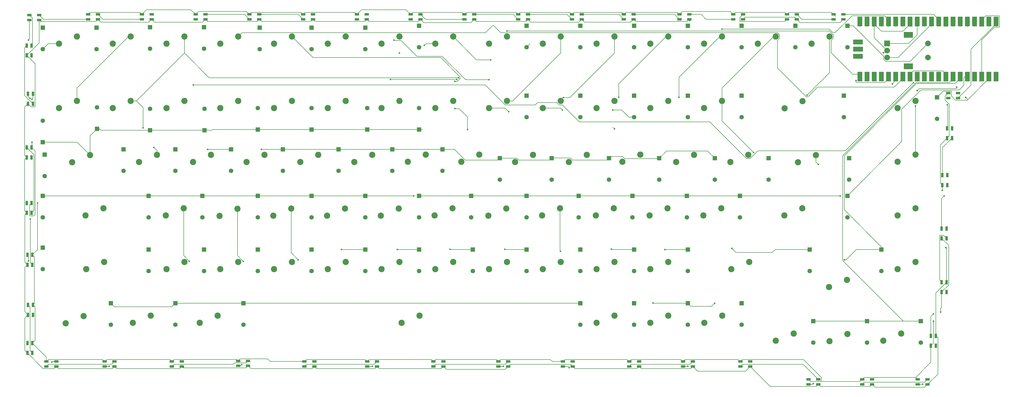
<source format=gbr>
%TF.GenerationSoftware,KiCad,Pcbnew,9.0.2*%
%TF.CreationDate,2025-07-29T21:02:50-05:00*%
%TF.ProjectId,realkeyboard,7265616c-6b65-4796-926f-6172642e6b69,rev?*%
%TF.SameCoordinates,Original*%
%TF.FileFunction,Copper,L2,Bot*%
%TF.FilePolarity,Positive*%
%FSLAX46Y46*%
G04 Gerber Fmt 4.6, Leading zero omitted, Abs format (unit mm)*
G04 Created by KiCad (PCBNEW 9.0.2) date 2025-07-29 21:02:50*
%MOMM*%
%LPD*%
G01*
G04 APERTURE LIST*
G04 Aperture macros list*
%AMRoundRect*
0 Rectangle with rounded corners*
0 $1 Rounding radius*
0 $2 $3 $4 $5 $6 $7 $8 $9 X,Y pos of 4 corners*
0 Add a 4 corners polygon primitive as box body*
4,1,4,$2,$3,$4,$5,$6,$7,$8,$9,$2,$3,0*
0 Add four circle primitives for the rounded corners*
1,1,$1+$1,$2,$3*
1,1,$1+$1,$4,$5*
1,1,$1+$1,$6,$7*
1,1,$1+$1,$8,$9*
0 Add four rect primitives between the rounded corners*
20,1,$1+$1,$2,$3,$4,$5,0*
20,1,$1+$1,$4,$5,$6,$7,0*
20,1,$1+$1,$6,$7,$8,$9,0*
20,1,$1+$1,$8,$9,$2,$3,0*%
G04 Aperture macros list end*
%TA.AperFunction,ComponentPad*%
%ADD10C,2.200000*%
%TD*%
%TA.AperFunction,ComponentPad*%
%ADD11R,2.000000X2.000000*%
%TD*%
%TA.AperFunction,ComponentPad*%
%ADD12C,2.000000*%
%TD*%
%TA.AperFunction,ComponentPad*%
%ADD13R,3.200000X2.000000*%
%TD*%
%TA.AperFunction,ComponentPad*%
%ADD14RoundRect,0.250000X-0.550000X0.550000X-0.550000X-0.550000X0.550000X-0.550000X0.550000X0.550000X0*%
%TD*%
%TA.AperFunction,ComponentPad*%
%ADD15C,1.600000*%
%TD*%
%TA.AperFunction,SMDPad,CuDef*%
%ADD16R,0.850000X1.600000*%
%TD*%
%TA.AperFunction,SMDPad,CuDef*%
%ADD17R,1.600000X0.850000*%
%TD*%
%TA.AperFunction,ComponentPad*%
%ADD18RoundRect,0.250000X0.550000X-0.550000X0.550000X0.550000X-0.550000X0.550000X-0.550000X-0.550000X0*%
%TD*%
%TA.AperFunction,ComponentPad*%
%ADD19O,1.700000X1.700000*%
%TD*%
%TA.AperFunction,SMDPad,CuDef*%
%ADD20R,1.700000X3.500000*%
%TD*%
%TA.AperFunction,ComponentPad*%
%ADD21R,1.700000X1.700000*%
%TD*%
%TA.AperFunction,SMDPad,CuDef*%
%ADD22R,3.500000X1.700000*%
%TD*%
%TA.AperFunction,ViaPad*%
%ADD23C,0.600000*%
%TD*%
%TA.AperFunction,Conductor*%
%ADD24C,0.200000*%
%TD*%
G04 APERTURE END LIST*
D10*
%TO.P,SW78,1,1*%
%TO.N,col 11*%
X250190000Y-138430000D03*
%TO.P,SW78,2,2*%
%TO.N,Net-(D78-A)*%
X243840000Y-140970000D03*
%TD*%
%TO.P,SW66,1,1*%
%TO.N,col 9*%
X193040000Y-119380000D03*
%TO.P,SW66,2,2*%
%TO.N,Net-(D66-A)*%
X186690000Y-121920000D03*
%TD*%
%TO.P,SW9,1,1*%
%TO.N,col 8*%
X193040000Y-39370000D03*
%TO.P,SW9,2,2*%
%TO.N,Net-(D9-A)*%
X186690000Y-41910000D03*
%TD*%
%TO.P,SW60,1,1*%
%TO.N,col 3*%
X78740000Y-119380000D03*
%TO.P,SW60,2,2*%
%TO.N,Net-(D60-A)*%
X72390000Y-121920000D03*
%TD*%
%TO.P,SW49,1,1*%
%TO.N,col 6*%
X135636000Y-100380800D03*
%TO.P,SW49,2,2*%
%TO.N,Net-(D49-A)*%
X129286000Y-102920800D03*
%TD*%
%TO.P,SW59,1,1*%
%TO.N,col 2*%
X50292000Y-119380000D03*
%TO.P,SW59,2,2*%
%TO.N,Net-(D59-A)*%
X43942000Y-121920000D03*
%TD*%
%TO.P,SW84,1,1*%
%TO.N,row 1*%
X45339000Y-81407000D03*
%TO.P,SW84,2,2*%
%TO.N,Net-(D83-A)*%
X38989000Y-83947000D03*
%TD*%
%TO.P,SW31,1,1*%
%TO.N,col 2*%
X69037200Y-81381600D03*
%TO.P,SW31,2,2*%
%TO.N,Net-(D31-A)*%
X62687200Y-83921600D03*
%TD*%
%TO.P,SW18,1,1*%
%TO.N,col 3*%
X78740000Y-62230000D03*
%TO.P,SW18,2,2*%
%TO.N,Net-(D18-A)*%
X72390000Y-64770000D03*
%TD*%
%TO.P,SW19,1,1*%
%TO.N,col 4*%
X97790000Y-62230000D03*
%TO.P,SW19,2,2*%
%TO.N,Net-(D19-A)*%
X91440000Y-64770000D03*
%TD*%
%TO.P,SW51,1,1*%
%TO.N,col 8*%
X173736000Y-100330000D03*
%TO.P,SW51,2,2*%
%TO.N,Net-(D51-A)*%
X167386000Y-102870000D03*
%TD*%
%TO.P,SW17,1,1*%
%TO.N,col 2*%
X59690000Y-62230000D03*
%TO.P,SW17,2,2*%
%TO.N,Net-(D17-A)*%
X53340000Y-64770000D03*
%TD*%
%TO.P,SW12,1,1*%
%TO.N,col 11*%
X250190000Y-39370000D03*
%TO.P,SW12,2,2*%
%TO.N,Net-(D12-A)*%
X243840000Y-41910000D03*
%TD*%
%TO.P,SW74,1,1*%
%TO.N,col 7*%
X66802000Y-138430000D03*
%TO.P,SW74,2,2*%
%TO.N,Net-(D74-A)*%
X60452000Y-140970000D03*
%TD*%
%TO.P,SW40,1,1*%
%TO.N,col 11*%
X240284000Y-81280000D03*
%TO.P,SW40,2,2*%
%TO.N,Net-(D40-A)*%
X233934000Y-83820000D03*
%TD*%
%TO.P,SW46,1,1*%
%TO.N,col 3*%
X78486000Y-100330000D03*
%TO.P,SW46,2,2*%
%TO.N,Net-(D46-A)*%
X72136000Y-102870000D03*
%TD*%
%TO.P,SW15,1,1*%
%TO.N,col 14*%
X307340000Y-39370000D03*
%TO.P,SW15,2,2*%
%TO.N,Net-(D15-A)*%
X300990000Y-41910000D03*
%TD*%
%TO.P,SW44,1,1*%
%TO.N,col 15*%
X337820000Y-81280000D03*
%TO.P,SW44,2,2*%
%TO.N,Net-(D44-A)*%
X331470000Y-83820000D03*
%TD*%
%TO.P,SW11,1,1*%
%TO.N,col 10*%
X231140000Y-39370000D03*
%TO.P,SW11,2,2*%
%TO.N,Net-(D11-A)*%
X224790000Y-41910000D03*
%TD*%
%TO.P,SW38,1,1*%
%TO.N,col 9*%
X202285600Y-81381600D03*
%TO.P,SW38,2,2*%
%TO.N,Net-(D38-A)*%
X195935600Y-83921600D03*
%TD*%
%TO.P,SW37,1,1*%
%TO.N,col 8*%
X183235600Y-81280000D03*
%TO.P,SW37,2,2*%
%TO.N,Net-(D37-A)*%
X176885600Y-83820000D03*
%TD*%
%TO.P,SW35,1,1*%
%TO.N,col 6*%
X145288000Y-81381600D03*
%TO.P,SW35,2,2*%
%TO.N,Net-(D35-A)*%
X138938000Y-83921600D03*
%TD*%
%TO.P,SW53,1,1*%
%TO.N,col 10*%
X211836000Y-100330000D03*
%TO.P,SW53,2,2*%
%TO.N,Net-(D53-A)*%
X205486000Y-102870000D03*
%TD*%
%TO.P,SW50,1,1*%
%TO.N,col 7*%
X154686000Y-100380800D03*
%TO.P,SW50,2,2*%
%TO.N,Net-(D50-A)*%
X148336000Y-102920800D03*
%TD*%
%TO.P,SW26,1,1*%
%TO.N,col 11*%
X231140000Y-62230000D03*
%TO.P,SW26,2,2*%
%TO.N,Net-(D26-A)*%
X224790000Y-64770000D03*
%TD*%
%TO.P,SW30,1,1*%
%TO.N,col 15*%
X337820000Y-62230000D03*
%TO.P,SW30,2,2*%
%TO.N,Net-(D30-A)*%
X331470000Y-64770000D03*
%TD*%
%TO.P,SW57,1,1*%
%TO.N,col 14*%
X297688000Y-100330000D03*
%TO.P,SW57,2,2*%
%TO.N,Net-(D57-A)*%
X291338000Y-102870000D03*
%TD*%
%TO.P,SW77,1,1*%
%TO.N,col 10*%
X231140000Y-138430000D03*
%TO.P,SW77,2,2*%
%TO.N,Net-(D77-A)*%
X224790000Y-140970000D03*
%TD*%
%TO.P,SW4,1,1*%
%TO.N,col 3*%
X97790000Y-39370000D03*
%TO.P,SW4,2,2*%
%TO.N,Net-(D4-A)*%
X91440000Y-41910000D03*
%TD*%
%TO.P,SW8,1,1*%
%TO.N,col 7*%
X173990000Y-39370000D03*
%TO.P,SW8,2,2*%
%TO.N,Net-(D8-A)*%
X167640000Y-41910000D03*
%TD*%
%TO.P,SW56,1,1*%
%TO.N,col 13*%
X268986000Y-100330000D03*
%TO.P,SW56,2,2*%
%TO.N,Net-(D56-A)*%
X262636000Y-102870000D03*
%TD*%
%TO.P,SW81,1,1*%
%TO.N,col 14*%
X313690000Y-144907000D03*
%TO.P,SW81,2,2*%
%TO.N,Net-(D81-A)*%
X307340000Y-147447000D03*
%TD*%
%TO.P,SW3,1,1*%
%TO.N,col 2*%
X78740000Y-39370000D03*
%TO.P,SW3,2,2*%
%TO.N,Net-(D3-A)*%
X72390000Y-41910000D03*
%TD*%
%TO.P,SW10,1,1*%
%TO.N,col 9*%
X212090000Y-39370000D03*
%TO.P,SW10,2,2*%
%TO.N,Net-(D10-A)*%
X205740000Y-41910000D03*
%TD*%
%TO.P,SW76,1,1*%
%TO.N,col 9*%
X162052000Y-138430000D03*
%TO.P,SW76,2,2*%
%TO.N,Net-(D76-A)*%
X155702000Y-140970000D03*
%TD*%
%TO.P,SW65,1,1*%
%TO.N,col 8*%
X173990000Y-119380000D03*
%TO.P,SW65,2,2*%
%TO.N,Net-(D65-A)*%
X167640000Y-121920000D03*
%TD*%
%TO.P,SW67,1,1*%
%TO.N,col 10*%
X212090000Y-119380000D03*
%TO.P,SW67,2,2*%
%TO.N,Net-(D67-A)*%
X205740000Y-121920000D03*
%TD*%
%TO.P,SW34,1,1*%
%TO.N,col 5*%
X126136400Y-81330800D03*
%TO.P,SW34,2,2*%
%TO.N,Net-(D34-A)*%
X119786400Y-83870800D03*
%TD*%
%TO.P,SW33,1,1*%
%TO.N,col 4*%
X107086400Y-81330800D03*
%TO.P,SW33,2,2*%
%TO.N,Net-(D33-A)*%
X100736400Y-83870800D03*
%TD*%
%TO.P,SW16,1,1*%
%TO.N,col 1*%
X40640000Y-62230000D03*
%TO.P,SW16,2,2*%
%TO.N,Net-(D16-A)*%
X34290000Y-64770000D03*
%TD*%
%TO.P,SW79,1,1*%
%TO.N,col 12*%
X269367000Y-138430000D03*
%TO.P,SW79,2,2*%
%TO.N,Net-(D79-A)*%
X263017000Y-140970000D03*
%TD*%
%TO.P,SW54,1,1*%
%TO.N,col 11*%
X230886000Y-100330000D03*
%TO.P,SW54,2,2*%
%TO.N,Net-(D54-A)*%
X224536000Y-102870000D03*
%TD*%
%TO.P,SW70,1,1*%
%TO.N,col 13*%
X278892000Y-119380000D03*
%TO.P,SW70,2,2*%
%TO.N,Net-(D70-A)*%
X272542000Y-121920000D03*
%TD*%
%TO.P,SW1,1,1*%
%TO.N,col 0*%
X40640000Y-39370000D03*
%TO.P,SW1,2,2*%
%TO.N,Net-(D1-A)*%
X34290000Y-41910000D03*
%TD*%
%TO.P,SW32,1,1*%
%TO.N,col 3*%
X88138000Y-81330800D03*
%TO.P,SW32,2,2*%
%TO.N,Net-(D32-A)*%
X81788000Y-83870800D03*
%TD*%
%TO.P,SW20,1,1*%
%TO.N,col 5*%
X116840000Y-62230000D03*
%TO.P,SW20,2,2*%
%TO.N,Net-(D20-A)*%
X110490000Y-64770000D03*
%TD*%
%TO.P,SW7,1,1*%
%TO.N,col 6*%
X154940000Y-39370000D03*
%TO.P,SW7,2,2*%
%TO.N,Net-(D7-A)*%
X148590000Y-41910000D03*
%TD*%
%TO.P,SW52,1,1*%
%TO.N,col 9*%
X192786000Y-100380800D03*
%TO.P,SW52,2,2*%
%TO.N,Net-(D52-A)*%
X186436000Y-102920800D03*
%TD*%
%TO.P,SW55,1,1*%
%TO.N,col 12*%
X249936000Y-100330000D03*
%TO.P,SW55,2,2*%
%TO.N,Net-(D55-A)*%
X243586000Y-102870000D03*
%TD*%
%TO.P,SW80,1,1*%
%TO.N,col 13*%
X294640000Y-144780000D03*
%TO.P,SW80,2,2*%
%TO.N,Net-(D80-A)*%
X288290000Y-147320000D03*
%TD*%
%TO.P,SW71,1,1*%
%TO.N,col 14*%
X313563000Y-125730000D03*
%TO.P,SW71,2,2*%
%TO.N,Net-(D71-A)*%
X307213000Y-128270000D03*
%TD*%
%TO.P,SW75,1,1*%
%TO.N,col 8*%
X90551000Y-138430000D03*
%TO.P,SW75,2,2*%
%TO.N,Net-(D75-A)*%
X84201000Y-140970000D03*
%TD*%
%TO.P,SW6,1,1*%
%TO.N,col 5*%
X135890000Y-39370000D03*
%TO.P,SW6,2,2*%
%TO.N,Net-(D6-A)*%
X129540000Y-41910000D03*
%TD*%
%TO.P,SW24,1,1*%
%TO.N,col 9*%
X193040000Y-62230000D03*
%TO.P,SW24,2,2*%
%TO.N,Net-(D24-A)*%
X186690000Y-64770000D03*
%TD*%
%TO.P,SW42,1,1*%
%TO.N,col 13*%
X278587200Y-81330800D03*
%TO.P,SW42,2,2*%
%TO.N,Net-(D42-A)*%
X272237200Y-83870800D03*
%TD*%
%TO.P,SW27,1,1*%
%TO.N,col 12*%
X250190000Y-62230000D03*
%TO.P,SW27,2,2*%
%TO.N,Net-(D27-A)*%
X243840000Y-64770000D03*
%TD*%
%TO.P,SW5,1,1*%
%TO.N,col 4*%
X116840000Y-39370000D03*
%TO.P,SW5,2,2*%
%TO.N,Net-(D5-A)*%
X110490000Y-41910000D03*
%TD*%
%TO.P,SW36,1,1*%
%TO.N,col 7*%
X164236400Y-81229200D03*
%TO.P,SW36,2,2*%
%TO.N,Net-(D36-A)*%
X157886400Y-83769200D03*
%TD*%
%TO.P,SW25,1,1*%
%TO.N,col 10*%
X212090000Y-62230000D03*
%TO.P,SW25,2,2*%
%TO.N,Net-(D25-A)*%
X205740000Y-64770000D03*
%TD*%
%TO.P,SW41,1,1*%
%TO.N,col 12*%
X259384800Y-81381600D03*
%TO.P,SW41,2,2*%
%TO.N,Net-(D41-A)*%
X253034800Y-83921600D03*
%TD*%
%TO.P,SW58,1,1*%
%TO.N,col 15*%
X337820000Y-100330000D03*
%TO.P,SW58,2,2*%
%TO.N,Net-(D58-A)*%
X331470000Y-102870000D03*
%TD*%
%TO.P,SW39,1,1*%
%TO.N,col 10*%
X221335600Y-81330800D03*
%TO.P,SW39,2,2*%
%TO.N,Net-(D39-A)*%
X214985600Y-83870800D03*
%TD*%
%TO.P,SW22,1,1*%
%TO.N,col 7*%
X154940000Y-62230000D03*
%TO.P,SW22,2,2*%
%TO.N,Net-(D22-A)*%
X148590000Y-64770000D03*
%TD*%
%TO.P,SW48,1,1*%
%TO.N,col 5*%
X116586000Y-100380800D03*
%TO.P,SW48,2,2*%
%TO.N,Net-(D48-A)*%
X110236000Y-102920800D03*
%TD*%
%TO.P,SW21,1,1*%
%TO.N,col 6*%
X135890000Y-62230000D03*
%TO.P,SW21,2,2*%
%TO.N,Net-(D21-A)*%
X129540000Y-64770000D03*
%TD*%
%TO.P,SW14,1,1*%
%TO.N,col 13*%
X288290000Y-39370000D03*
%TO.P,SW14,2,2*%
%TO.N,Net-(D14-A)*%
X281940000Y-41910000D03*
%TD*%
%TO.P,SW68,1,1*%
%TO.N,col 11*%
X231140000Y-119380000D03*
%TO.P,SW68,2,2*%
%TO.N,Net-(D68-A)*%
X224790000Y-121920000D03*
%TD*%
D11*
%TO.P,SW83,A,A*%
%TO.N,en0*%
X327780000Y-41835000D03*
D12*
%TO.P,SW83,B,B*%
%TO.N,en1*%
X327780000Y-46835000D03*
%TO.P,SW83,C,C*%
%TO.N,GND*%
X327780000Y-44335000D03*
D13*
%TO.P,SW83,MP*%
%TO.N,N/C*%
X335280000Y-38735000D03*
X335280000Y-49935000D03*
D12*
%TO.P,SW83,S1,S1*%
%TO.N,col 15*%
X342280000Y-46835000D03*
%TO.P,SW83,S2,S2*%
%TO.N,row 0*%
X342280000Y-41835000D03*
%TD*%
D10*
%TO.P,SW69,1,1*%
%TO.N,col 12*%
X250190000Y-119380000D03*
%TO.P,SW69,2,2*%
%TO.N,Net-(D69-A)*%
X243840000Y-121920000D03*
%TD*%
%TO.P,SW82,1,1*%
%TO.N,col 15*%
X332740000Y-144780000D03*
%TO.P,SW82,2,2*%
%TO.N,Net-(D82-A)*%
X326390000Y-147320000D03*
%TD*%
%TO.P,SW72,1,1*%
%TO.N,col 15*%
X337820000Y-119380000D03*
%TO.P,SW72,2,2*%
%TO.N,Net-(D72-A)*%
X331470000Y-121920000D03*
%TD*%
%TO.P,SW13,1,1*%
%TO.N,col 12*%
X269240000Y-39370000D03*
%TO.P,SW13,2,2*%
%TO.N,Net-(D13-A)*%
X262890000Y-41910000D03*
%TD*%
%TO.P,SW29,1,1*%
%TO.N,col 14*%
X297815000Y-62261500D03*
%TO.P,SW29,2,2*%
%TO.N,Net-(D29-A)*%
X291465000Y-64801500D03*
%TD*%
%TO.P,SW45,1,1*%
%TO.N,col 2*%
X50038000Y-100330000D03*
%TO.P,SW45,2,2*%
%TO.N,Net-(D45-A)*%
X43688000Y-102870000D03*
%TD*%
%TO.P,SW62,1,1*%
%TO.N,col 5*%
X116840000Y-119380000D03*
%TO.P,SW62,2,2*%
%TO.N,Net-(D62-A)*%
X110490000Y-121920000D03*
%TD*%
%TO.P,SW61,1,1*%
%TO.N,col 4*%
X97790000Y-119380000D03*
%TO.P,SW61,2,2*%
%TO.N,Net-(D61-A)*%
X91440000Y-121920000D03*
%TD*%
%TO.P,SW63,1,1*%
%TO.N,col 6*%
X135890000Y-119380000D03*
%TO.P,SW63,2,2*%
%TO.N,Net-(D63-A)*%
X129540000Y-121920000D03*
%TD*%
%TO.P,SW2,1,1*%
%TO.N,col 1*%
X59690000Y-39370000D03*
%TO.P,SW2,2,2*%
%TO.N,Net-(D2-A)*%
X53340000Y-41910000D03*
%TD*%
%TO.P,SW28,1,1*%
%TO.N,col 13*%
X269240000Y-62230000D03*
%TO.P,SW28,2,2*%
%TO.N,Net-(D28-A)*%
X262890000Y-64770000D03*
%TD*%
%TO.P,SW64,1,1*%
%TO.N,col 7*%
X154940000Y-119380000D03*
%TO.P,SW64,2,2*%
%TO.N,Net-(D64-A)*%
X148590000Y-121920000D03*
%TD*%
%TO.P,SW43,1,1*%
%TO.N,col 14*%
X302514000Y-81432400D03*
%TO.P,SW43,2,2*%
%TO.N,Net-(D43-A)*%
X296164000Y-83972400D03*
%TD*%
%TO.P,SW73,1,1*%
%TO.N,col 6*%
X43053000Y-138557000D03*
%TO.P,SW73,2,2*%
%TO.N,Net-(D73-A)*%
X36703000Y-141097000D03*
%TD*%
%TO.P,SW47,1,1*%
%TO.N,col 4*%
X97536000Y-100482400D03*
%TO.P,SW47,2,2*%
%TO.N,Net-(D47-A)*%
X91186000Y-103022400D03*
%TD*%
%TO.P,SW23,1,1*%
%TO.N,col 8*%
X173990000Y-62230000D03*
%TO.P,SW23,2,2*%
%TO.N,Net-(D23-A)*%
X167640000Y-64770000D03*
%TD*%
D14*
%TO.P,D61,1,K*%
%TO.N,row 4*%
X85725000Y-114935000D03*
D15*
%TO.P,D61,2,A*%
%TO.N,Net-(D61-A)*%
X85725000Y-122555000D03*
%TD*%
D14*
%TO.P,D82,1,K*%
%TO.N,row 5*%
X339725000Y-140335000D03*
D15*
%TO.P,D82,2,A*%
%TO.N,Net-(D82-A)*%
X339725000Y-147955000D03*
%TD*%
D14*
%TO.P,D3,1,K*%
%TO.N,row 0*%
X66548000Y-36068000D03*
D15*
%TO.P,D3,2,A*%
%TO.N,Net-(D3-A)*%
X66548000Y-43688000D03*
%TD*%
D16*
%TO.P,D137,1,DOUT*%
%TO.N,Net-(D136-DIN)*%
X349095000Y-92075000D03*
%TO.P,D137,2,VSS*%
%TO.N,GND*%
X347345000Y-92075000D03*
%TO.P,D137,3,DIN*%
%TO.N,Net-(D137-DIN)*%
X347345000Y-88575000D03*
%TO.P,D137,4,VDD*%
%TO.N,+5V*%
X349095000Y-88575000D03*
%TD*%
D17*
%TO.P,D110,1,DOUT*%
%TO.N,Net-(D110-DOUT)*%
X44605000Y-33260000D03*
%TO.P,D110,2,VSS*%
%TO.N,GND*%
X44605000Y-31510000D03*
%TO.P,D110,3,DIN*%
%TO.N,Net-(D109-DOUT)*%
X48105000Y-31510000D03*
%TO.P,D110,4,VDD*%
%TO.N,+5V*%
X48105000Y-33260000D03*
%TD*%
D14*
%TO.P,D25,1,K*%
%TO.N,row 1*%
X219075000Y-60325000D03*
D15*
%TO.P,D25,2,A*%
%TO.N,Net-(D25-A)*%
X219075000Y-67945000D03*
%TD*%
D14*
%TO.P,D14,1,K*%
%TO.N,row 0*%
X295275000Y-35560000D03*
D15*
%TO.P,D14,2,A*%
%TO.N,Net-(D14-A)*%
X295275000Y-43180000D03*
%TD*%
D14*
%TO.P,D70,1,K*%
%TO.N,row 4*%
X257175000Y-114935000D03*
D15*
%TO.P,D70,2,A*%
%TO.N,Net-(D70-A)*%
X257175000Y-122555000D03*
%TD*%
D18*
%TO.P,D17,1,K*%
%TO.N,row 1*%
X47752000Y-72136000D03*
D15*
%TO.P,D17,2,A*%
%TO.N,Net-(D17-A)*%
X47752000Y-64516000D03*
%TD*%
D17*
%TO.P,D132,1,DOUT*%
%TO.N,Net-(D132-DOUT)*%
X318925000Y-162800000D03*
%TO.P,D132,2,VSS*%
%TO.N,GND*%
X318925000Y-161050000D03*
%TO.P,D132,3,DIN*%
%TO.N,Net-(D131-DOUT)*%
X322425000Y-161050000D03*
%TO.P,D132,4,VDD*%
%TO.N,+5V*%
X322425000Y-162800000D03*
%TD*%
D14*
%TO.P,D6,1,K*%
%TO.N,row 0*%
X123825000Y-36195000D03*
D15*
%TO.P,D6,2,A*%
%TO.N,Net-(D6-A)*%
X123825000Y-43815000D03*
%TD*%
D14*
%TO.P,D31,1,K*%
%TO.N,row 2*%
X57150000Y-79375000D03*
D15*
%TO.P,D31,2,A*%
%TO.N,Net-(D31-A)*%
X57150000Y-86995000D03*
%TD*%
D14*
%TO.P,D34,1,K*%
%TO.N,row 2*%
X113665000Y-79375000D03*
D15*
%TO.P,D34,2,A*%
%TO.N,Net-(D34-A)*%
X113665000Y-86995000D03*
%TD*%
D14*
%TO.P,D68,1,K*%
%TO.N,row 4*%
X219075000Y-114935000D03*
D15*
%TO.P,D68,2,A*%
%TO.N,Net-(D68-A)*%
X219075000Y-122555000D03*
%TD*%
D18*
%TO.P,D23,1,K*%
%TO.N,row 1*%
X161925000Y-72390000D03*
D15*
%TO.P,D23,2,A*%
%TO.N,Net-(D23-A)*%
X161925000Y-64770000D03*
%TD*%
D17*
%TO.P,D128,1,DOUT*%
%TO.N,Net-(D128-DOUT)*%
X236375000Y-156450000D03*
%TO.P,D128,2,VSS*%
%TO.N,GND*%
X236375000Y-154700000D03*
%TO.P,D128,3,DIN*%
%TO.N,Net-(D127-DOUT)*%
X239875000Y-154700000D03*
%TO.P,D128,4,VDD*%
%TO.N,+5V*%
X239875000Y-156450000D03*
%TD*%
D14*
%TO.P,D41,1,K*%
%TO.N,row 2*%
X247015000Y-82550000D03*
D15*
%TO.P,D41,2,A*%
%TO.N,Net-(D41-A)*%
X247015000Y-90170000D03*
%TD*%
D14*
%TO.P,D72,1,K*%
%TO.N,row 4*%
X325755000Y-114935000D03*
D15*
%TO.P,D72,2,A*%
%TO.N,Net-(D72-A)*%
X325755000Y-122555000D03*
%TD*%
D14*
%TO.P,D28,1,K*%
%TO.N,row 1*%
X276225000Y-60325000D03*
D15*
%TO.P,D28,2,A*%
%TO.N,Net-(D28-A)*%
X276225000Y-67945000D03*
%TD*%
D14*
%TO.P,D55,1,K*%
%TO.N,row 3*%
X237490000Y-95885000D03*
D15*
%TO.P,D55,2,A*%
%TO.N,Net-(D55-A)*%
X237490000Y-103505000D03*
%TD*%
D14*
%TO.P,D54,1,K*%
%TO.N,row 3*%
X218440000Y-95885000D03*
D15*
%TO.P,D54,2,A*%
%TO.N,Net-(D54-A)*%
X218440000Y-103505000D03*
%TD*%
D17*
%TO.P,D131,1,DOUT*%
%TO.N,Net-(D131-DOUT)*%
X299875000Y-162800000D03*
%TO.P,D131,2,VSS*%
%TO.N,GND*%
X299875000Y-161050000D03*
%TO.P,D131,3,DIN*%
%TO.N,Net-(D130-DOUT)*%
X303375000Y-161050000D03*
%TO.P,D131,4,VDD*%
%TO.N,+5V*%
X303375000Y-162800000D03*
%TD*%
%TO.P,D123,1,DOUT*%
%TO.N,Net-(D123-DOUT)*%
X121285000Y-156450000D03*
%TO.P,D123,2,VSS*%
%TO.N,GND*%
X121285000Y-154700000D03*
%TO.P,D123,3,DIN*%
%TO.N,Net-(D122-DOUT)*%
X124785000Y-154700000D03*
%TO.P,D123,4,VDD*%
%TO.N,+5V*%
X124785000Y-156450000D03*
%TD*%
D14*
%TO.P,D26,1,K*%
%TO.N,row 1*%
X238125000Y-60325000D03*
D15*
%TO.P,D26,2,A*%
%TO.N,Net-(D26-A)*%
X238125000Y-67945000D03*
%TD*%
D14*
%TO.P,D49,1,K*%
%TO.N,row 3*%
X123825000Y-95885000D03*
D15*
%TO.P,D49,2,A*%
%TO.N,Net-(D49-A)*%
X123825000Y-103505000D03*
%TD*%
D17*
%TO.P,D105,1,DOUT*%
%TO.N,unconnected-(D105-DOUT-Pad1)*%
X139855000Y-33260000D03*
%TO.P,D105,2,VSS*%
%TO.N,GND*%
X139855000Y-31510000D03*
%TO.P,D105,3,DIN*%
%TO.N,unconnected-(D105-DIN-Pad3)*%
X143355000Y-31510000D03*
%TO.P,D105,4,VDD*%
%TO.N,+5V*%
X143355000Y-33260000D03*
%TD*%
D14*
%TO.P,D4,1,K*%
%TO.N,row 0*%
X85725000Y-36068000D03*
D15*
%TO.P,D4,2,A*%
%TO.N,Net-(D4-A)*%
X85725000Y-43688000D03*
%TD*%
D14*
%TO.P,D42,1,K*%
%TO.N,row 2*%
X266700000Y-82550000D03*
D15*
%TO.P,D42,2,A*%
%TO.N,Net-(D42-A)*%
X266700000Y-90170000D03*
%TD*%
D14*
%TO.P,D11,1,K*%
%TO.N,row 0*%
X238125000Y-35560000D03*
D15*
%TO.P,D11,2,A*%
%TO.N,Net-(D11-A)*%
X238125000Y-43180000D03*
%TD*%
D14*
%TO.P,D30,1,K*%
%TO.N,row 1*%
X345440000Y-60960000D03*
D15*
%TO.P,D30,2,A*%
%TO.N,Net-(D30-A)*%
X345440000Y-68580000D03*
%TD*%
D14*
%TO.P,D65,1,K*%
%TO.N,row 4*%
X161925000Y-114935000D03*
D15*
%TO.P,D65,2,A*%
%TO.N,Net-(D65-A)*%
X161925000Y-122555000D03*
%TD*%
D18*
%TO.P,D22,1,K*%
%TO.N,row 1*%
X143510000Y-72390000D03*
D15*
%TO.P,D22,2,A*%
%TO.N,Net-(D22-A)*%
X143510000Y-64770000D03*
%TD*%
D14*
%TO.P,D40,1,K*%
%TO.N,row 2*%
X229235000Y-82550000D03*
D15*
%TO.P,D40,2,A*%
%TO.N,Net-(D40-A)*%
X229235000Y-90170000D03*
%TD*%
D17*
%TO.P,D122,1,DOUT*%
%TO.N,Net-(D122-DOUT)*%
X97790000Y-156210000D03*
%TO.P,D122,2,VSS*%
%TO.N,GND*%
X97790000Y-154460000D03*
%TO.P,D122,3,DIN*%
%TO.N,Net-(D121-DOUT)*%
X101290000Y-154460000D03*
%TO.P,D122,4,VDD*%
%TO.N,+5V*%
X101290000Y-156210000D03*
%TD*%
D14*
%TO.P,D69,1,K*%
%TO.N,row 4*%
X238125000Y-114935000D03*
D15*
%TO.P,D69,2,A*%
%TO.N,Net-(D69-A)*%
X238125000Y-122555000D03*
%TD*%
D14*
%TO.P,D60,1,K*%
%TO.N,row 4*%
X66040000Y-114935000D03*
D15*
%TO.P,D60,2,A*%
%TO.N,Net-(D60-A)*%
X66040000Y-122555000D03*
%TD*%
D14*
%TO.P,D10,1,K*%
%TO.N,row 0*%
X219075000Y-35560000D03*
D15*
%TO.P,D10,2,A*%
%TO.N,Net-(D10-A)*%
X219075000Y-43180000D03*
%TD*%
D14*
%TO.P,D13,1,K*%
%TO.N,row 0*%
X276225000Y-35560000D03*
D15*
%TO.P,D13,2,A*%
%TO.N,Net-(D13-A)*%
X276225000Y-43180000D03*
%TD*%
D14*
%TO.P,D64,1,K*%
%TO.N,row 4*%
X142875000Y-114935000D03*
D15*
%TO.P,D64,2,A*%
%TO.N,Net-(D64-A)*%
X142875000Y-122555000D03*
%TD*%
D14*
%TO.P,D52,1,K*%
%TO.N,row 3*%
X180340000Y-95885000D03*
D15*
%TO.P,D52,2,A*%
%TO.N,Net-(D52-A)*%
X180340000Y-103505000D03*
%TD*%
D17*
%TO.P,D102,1,DOUT*%
%TO.N,Net-(D102-DOUT)*%
X197005000Y-33260000D03*
%TO.P,D102,2,VSS*%
%TO.N,GND*%
X197005000Y-31510000D03*
%TO.P,D102,3,DIN*%
%TO.N,Net-(D101-DOUT)*%
X200505000Y-31510000D03*
%TO.P,D102,4,VDD*%
%TO.N,+5V*%
X200505000Y-33260000D03*
%TD*%
D14*
%TO.P,D77,1,K*%
%TO.N,row 5*%
X238125000Y-133985000D03*
D15*
%TO.P,D77,2,A*%
%TO.N,Net-(D77-A)*%
X238125000Y-141605000D03*
%TD*%
D14*
%TO.P,D15,1,K*%
%TO.N,row 0*%
X313690000Y-35560000D03*
D15*
%TO.P,D15,2,A*%
%TO.N,Net-(D15-A)*%
X313690000Y-43180000D03*
%TD*%
D16*
%TO.P,D135,1,DOUT*%
%TO.N,Net-(D134-DIN)*%
X348855000Y-130020000D03*
%TO.P,D135,2,VSS*%
%TO.N,GND*%
X347105000Y-130020000D03*
%TO.P,D135,3,DIN*%
%TO.N,Net-(D135-DIN)*%
X347105000Y-126520000D03*
%TO.P,D135,4,VDD*%
%TO.N,+5V*%
X348855000Y-126520000D03*
%TD*%
D14*
%TO.P,D53,1,K*%
%TO.N,row 3*%
X200025000Y-95885000D03*
D15*
%TO.P,D53,2,A*%
%TO.N,Net-(D53-A)*%
X200025000Y-103505000D03*
%TD*%
D16*
%TO.P,D115,1,DOUT*%
%TO.N,Net-(D115-DOUT)*%
X22860000Y-98425000D03*
%TO.P,D115,2,VSS*%
%TO.N,GND*%
X24610000Y-98425000D03*
%TO.P,D115,3,DIN*%
%TO.N,Net-(D114-DOUT)*%
X24610000Y-101925000D03*
%TO.P,D115,4,VDD*%
%TO.N,+5V*%
X22860000Y-101925000D03*
%TD*%
D14*
%TO.P,D80,1,K*%
%TO.N,row 5*%
X301625000Y-140335000D03*
D15*
%TO.P,D80,2,A*%
%TO.N,Net-(D80-A)*%
X301625000Y-147955000D03*
%TD*%
D16*
%TO.P,D113,1,DOUT*%
%TO.N,Net-(D113-DOUT)*%
X23340000Y-59690000D03*
%TO.P,D113,2,VSS*%
%TO.N,GND*%
X25090000Y-59690000D03*
%TO.P,D113,3,DIN*%
%TO.N,Net-(D112-DOUT)*%
X25090000Y-63190000D03*
%TO.P,D113,4,VDD*%
%TO.N,+5V*%
X23340000Y-63190000D03*
%TD*%
D14*
%TO.P,D9,1,K*%
%TO.N,row 0*%
X200025000Y-35560000D03*
D15*
%TO.P,D9,2,A*%
%TO.N,Net-(D9-A)*%
X200025000Y-43180000D03*
%TD*%
D14*
%TO.P,D78,1,K*%
%TO.N,row 5*%
X257175000Y-133985000D03*
D15*
%TO.P,D78,2,A*%
%TO.N,Net-(D78-A)*%
X257175000Y-141605000D03*
%TD*%
D14*
%TO.P,D59,1,K*%
%TO.N,row 4*%
X28575000Y-114300000D03*
D15*
%TO.P,D59,2,A*%
%TO.N,Net-(D59-A)*%
X28575000Y-121920000D03*
%TD*%
D17*
%TO.P,D126,1,DOUT*%
%TO.N,Net-(D126-DOUT)*%
X190020000Y-156450000D03*
%TO.P,D126,2,VSS*%
%TO.N,GND*%
X190020000Y-154700000D03*
%TO.P,D126,3,DIN*%
%TO.N,Net-(D125-DOUT)*%
X193520000Y-154700000D03*
%TO.P,D126,4,VDD*%
%TO.N,+5V*%
X193520000Y-156450000D03*
%TD*%
D14*
%TO.P,D81,1,K*%
%TO.N,row 5*%
X320675000Y-140335000D03*
D15*
%TO.P,D81,2,A*%
%TO.N,Net-(D81-A)*%
X320675000Y-147955000D03*
%TD*%
D14*
%TO.P,D33,1,K*%
%TO.N,row 2*%
X95250000Y-79375000D03*
D15*
%TO.P,D33,2,A*%
%TO.N,Net-(D33-A)*%
X95250000Y-86995000D03*
%TD*%
D14*
%TO.P,D35,1,K*%
%TO.N,row 2*%
X133350000Y-79375000D03*
D15*
%TO.P,D35,2,A*%
%TO.N,Net-(D35-A)*%
X133350000Y-86995000D03*
%TD*%
D14*
%TO.P,D2,1,K*%
%TO.N,row 0*%
X47625000Y-36195000D03*
D15*
%TO.P,D2,2,A*%
%TO.N,Net-(D2-A)*%
X47625000Y-43815000D03*
%TD*%
D19*
%TO.P,A1,1,GPIO0*%
%TO.N,row 0*%
X366395000Y-52705000D03*
D20*
X366395000Y-53605000D03*
D19*
%TO.P,A1,2,GPIO1*%
%TO.N,row 1*%
X363855000Y-52705000D03*
D20*
X363855000Y-53605000D03*
D21*
%TO.P,A1,3,GND*%
%TO.N,GND*%
X361315000Y-52705000D03*
D20*
X361315000Y-53605000D03*
D19*
%TO.P,A1,4,GPIO2*%
%TO.N,row 2*%
X358775000Y-52705000D03*
D20*
X358775000Y-53605000D03*
D19*
%TO.P,A1,5,GPIO3*%
%TO.N,row 3*%
X356235000Y-52705000D03*
D20*
X356235000Y-53605000D03*
D19*
%TO.P,A1,6,GPIO4*%
%TO.N,row 4*%
X353695000Y-52705000D03*
D20*
X353695000Y-53605000D03*
D19*
%TO.P,A1,7,GPIO5*%
%TO.N,row 5*%
X351155000Y-52705000D03*
D20*
X351155000Y-53605000D03*
D21*
%TO.P,A1,8,GND*%
%TO.N,GND*%
X348615000Y-52705000D03*
D20*
X348615000Y-53605000D03*
D19*
%TO.P,A1,9,GPIO6*%
%TO.N,col 15*%
X346075000Y-52705000D03*
D20*
X346075000Y-53605000D03*
D19*
%TO.P,A1,10,GPIO7*%
%TO.N,col 0*%
X343535000Y-52705000D03*
D20*
X343535000Y-53605000D03*
D19*
%TO.P,A1,11,GPIO8*%
%TO.N,col 1*%
X340995000Y-52705000D03*
D20*
X340995000Y-53605000D03*
D19*
%TO.P,A1,12,GPIO9*%
%TO.N,col 2*%
X338455000Y-52705000D03*
D20*
X338455000Y-53605000D03*
D21*
%TO.P,A1,13,GND*%
%TO.N,GND*%
X335915000Y-52705000D03*
D20*
X335915000Y-53605000D03*
D19*
%TO.P,A1,14,GPIO10*%
%TO.N,col 3*%
X333375000Y-52705000D03*
D20*
X333375000Y-53605000D03*
D19*
%TO.P,A1,15,GPIO11*%
%TO.N,col 4*%
X330835000Y-52705000D03*
D20*
X330835000Y-53605000D03*
D19*
%TO.P,A1,16,GPIO12*%
%TO.N,col 5*%
X328295000Y-52705000D03*
D20*
X328295000Y-53605000D03*
D19*
%TO.P,A1,17,GPIO13*%
%TO.N,col 6*%
X325755000Y-52705000D03*
D20*
X325755000Y-53605000D03*
D21*
%TO.P,A1,18,GND*%
%TO.N,GND*%
X323215000Y-52705000D03*
D20*
X323215000Y-53605000D03*
D19*
%TO.P,A1,19,GPIO14*%
%TO.N,col 7*%
X320675000Y-52705000D03*
D20*
X320675000Y-53605000D03*
D19*
%TO.P,A1,20,GPIO15*%
%TO.N,col 8*%
X318135000Y-52705000D03*
D20*
X318135000Y-53605000D03*
D19*
%TO.P,A1,21,GPIO16*%
%TO.N,col 9*%
X318135000Y-34925000D03*
D20*
X318135000Y-34025000D03*
D19*
%TO.P,A1,22,GPIO17*%
%TO.N,col 10*%
X320675000Y-34925000D03*
D20*
X320675000Y-34025000D03*
D21*
%TO.P,A1,23,GND*%
%TO.N,GND*%
X323215000Y-34925000D03*
D20*
X323215000Y-34025000D03*
D19*
%TO.P,A1,24,GPIO18*%
%TO.N,col 11*%
X325755000Y-34925000D03*
D20*
X325755000Y-34025000D03*
D19*
%TO.P,A1,25,GPIO19*%
%TO.N,col 12*%
X328295000Y-34925000D03*
D20*
X328295000Y-34025000D03*
D19*
%TO.P,A1,26,GPIO20*%
%TO.N,col 13*%
X330835000Y-34925000D03*
D20*
X330835000Y-34025000D03*
D19*
%TO.P,A1,27,GPIO21*%
%TO.N,col 14*%
X333375000Y-34925000D03*
D20*
X333375000Y-34025000D03*
D21*
%TO.P,A1,28,GND*%
%TO.N,GND*%
X335915000Y-34925000D03*
D20*
X335915000Y-34025000D03*
D19*
%TO.P,A1,29,GPIO22*%
%TO.N,en0*%
X338455000Y-34925000D03*
D20*
X338455000Y-34025000D03*
D19*
%TO.P,A1,30,RUN*%
%TO.N,unconnected-(A1-RUN-Pad30)*%
X340995000Y-34925000D03*
D20*
X340995000Y-34025000D03*
D19*
%TO.P,A1,31,GPIO26_ADC0*%
%TO.N,en1*%
X343535000Y-34925000D03*
D20*
X343535000Y-34025000D03*
D19*
%TO.P,A1,32,GPIO27_ADC1*%
%TO.N,led*%
X346075000Y-34925000D03*
D20*
X346075000Y-34025000D03*
D21*
%TO.P,A1,33,AGND*%
%TO.N,unconnected-(A1-AGND-Pad33)*%
X348615000Y-34925000D03*
D20*
X348615000Y-34025000D03*
D19*
%TO.P,A1,34,GPIO28_ADC2*%
%TO.N,unconnected-(A1-GPIO28_ADC2-Pad34)*%
X351155000Y-34925000D03*
D20*
X351155000Y-34025000D03*
D19*
%TO.P,A1,35,ADC_VREF*%
%TO.N,unconnected-(A1-ADC_VREF-Pad35)*%
X353695000Y-34925000D03*
D20*
X353695000Y-34025000D03*
D19*
%TO.P,A1,36,3V3*%
%TO.N,unconnected-(A1-3V3-Pad36)*%
X356235000Y-34925000D03*
D20*
X356235000Y-34025000D03*
D19*
%TO.P,A1,37,3V3_EN*%
%TO.N,unconnected-(A1-3V3_EN-Pad37)*%
X358775000Y-34925000D03*
D20*
X358775000Y-34025000D03*
D21*
%TO.P,A1,38,GND*%
%TO.N,GND*%
X361315000Y-34925000D03*
D20*
X361315000Y-34025000D03*
D19*
%TO.P,A1,39,VSYS*%
%TO.N,unconnected-(A1-VSYS-Pad39)*%
X363855000Y-34925000D03*
D20*
X363855000Y-34025000D03*
D19*
%TO.P,A1,40,VBUS*%
%TO.N,+5V*%
X366395000Y-34925000D03*
D20*
X366395000Y-34025000D03*
D19*
%TO.P,A1,41*%
%TO.N,N/C*%
X318365000Y-46355000D03*
D22*
X317465000Y-46355000D03*
D21*
%TO.P,A1,42*%
X318365000Y-43815000D03*
D22*
X317465000Y-43815000D03*
D19*
%TO.P,A1,43*%
X318365000Y-41275000D03*
D22*
X317465000Y-41275000D03*
%TD*%
D17*
%TO.P,D108,1,DOUT*%
%TO.N,unconnected-(D108-DOUT-Pad1)*%
X82705000Y-33260000D03*
%TO.P,D108,2,VSS*%
%TO.N,GND*%
X82705000Y-31510000D03*
%TO.P,D108,3,DIN*%
%TO.N,Net-(D107-DOUT)*%
X86205000Y-31510000D03*
%TO.P,D108,4,VDD*%
%TO.N,+5V*%
X86205000Y-33260000D03*
%TD*%
%TO.P,D109,1,DOUT*%
%TO.N,Net-(D109-DOUT)*%
X63655000Y-33260000D03*
%TO.P,D109,2,VSS*%
%TO.N,GND*%
X63655000Y-31510000D03*
%TO.P,D109,3,DIN*%
%TO.N,unconnected-(D109-DIN-Pad3)*%
X67155000Y-31510000D03*
%TO.P,D109,4,VDD*%
%TO.N,+5V*%
X67155000Y-33260000D03*
%TD*%
D14*
%TO.P,D66,1,K*%
%TO.N,row 4*%
X180975000Y-114935000D03*
D15*
%TO.P,D66,2,A*%
%TO.N,Net-(D66-A)*%
X180975000Y-122555000D03*
%TD*%
D14*
%TO.P,D71,1,K*%
%TO.N,row 4*%
X300355000Y-114935000D03*
D15*
%TO.P,D71,2,A*%
%TO.N,Net-(D71-A)*%
X300355000Y-122555000D03*
%TD*%
D17*
%TO.P,D130,1,DOUT*%
%TO.N,Net-(D130-DOUT)*%
X275745000Y-156450000D03*
%TO.P,D130,2,VSS*%
%TO.N,GND*%
X275745000Y-154700000D03*
%TO.P,D130,3,DIN*%
%TO.N,Net-(D129-DOUT)*%
X279245000Y-154700000D03*
%TO.P,D130,4,VDD*%
%TO.N,+5V*%
X279245000Y-156450000D03*
%TD*%
D14*
%TO.P,D57,1,K*%
%TO.N,row 3*%
X275590000Y-95885000D03*
D15*
%TO.P,D57,2,A*%
%TO.N,Net-(D57-A)*%
X275590000Y-103505000D03*
%TD*%
D14*
%TO.P,D56,1,K*%
%TO.N,row 3*%
X256844800Y-95885000D03*
D15*
%TO.P,D56,2,A*%
%TO.N,Net-(D56-A)*%
X256844800Y-103505000D03*
%TD*%
D17*
%TO.P,D99,1,DOUT*%
%TO.N,Net-(D100-DIN)*%
X254155000Y-33260000D03*
%TO.P,D99,2,VSS*%
%TO.N,GND*%
X254155000Y-31510000D03*
%TO.P,D99,3,DIN*%
%TO.N,Net-(D98-DOUT)*%
X257655000Y-31510000D03*
%TO.P,D99,4,VDD*%
%TO.N,+5V*%
X257655000Y-33260000D03*
%TD*%
D14*
%TO.P,D46,1,K*%
%TO.N,row 3*%
X66040000Y-95885000D03*
D15*
%TO.P,D46,2,A*%
%TO.N,Net-(D46-A)*%
X66040000Y-103505000D03*
%TD*%
D14*
%TO.P,D79,1,K*%
%TO.N,row 5*%
X276225000Y-133985000D03*
D15*
%TO.P,D79,2,A*%
%TO.N,Net-(D79-A)*%
X276225000Y-141605000D03*
%TD*%
D17*
%TO.P,D111,1,DOUT*%
%TO.N,Net-(D111-DOUT)*%
X23805000Y-33500000D03*
%TO.P,D111,2,VSS*%
%TO.N,Net-(D111-VSS)*%
X23805000Y-31750000D03*
%TO.P,D111,3,DIN*%
%TO.N,Net-(D110-DOUT)*%
X27305000Y-31750000D03*
%TO.P,D111,4,VDD*%
%TO.N,+5V*%
X27305000Y-33500000D03*
%TD*%
%TO.P,D119,1,DOUT*%
%TO.N,Net-(D119-DOUT)*%
X29845000Y-156450000D03*
%TO.P,D119,2,VSS*%
%TO.N,GND*%
X29845000Y-154700000D03*
%TO.P,D119,3,DIN*%
%TO.N,Net-(D118-DOUT)*%
X33345000Y-154700000D03*
%TO.P,D119,4,VDD*%
%TO.N,+5V*%
X33345000Y-156450000D03*
%TD*%
D14*
%TO.P,D32,1,K*%
%TO.N,row 2*%
X75565000Y-79375000D03*
D15*
%TO.P,D32,2,A*%
%TO.N,Net-(D32-A)*%
X75565000Y-86995000D03*
%TD*%
D14*
%TO.P,D45,1,K*%
%TO.N,row 3*%
X28575000Y-95885000D03*
D15*
%TO.P,D45,2,A*%
%TO.N,Net-(D45-A)*%
X28575000Y-103505000D03*
%TD*%
D14*
%TO.P,D39,1,K*%
%TO.N,row 2*%
X208915000Y-82550000D03*
D15*
%TO.P,D39,2,A*%
%TO.N,Net-(D39-A)*%
X208915000Y-90170000D03*
%TD*%
D16*
%TO.P,D136,1,DOUT*%
%TO.N,Net-(D135-DIN)*%
X348855000Y-110970000D03*
%TO.P,D136,2,VSS*%
%TO.N,GND*%
X347105000Y-110970000D03*
%TO.P,D136,3,DIN*%
%TO.N,Net-(D136-DIN)*%
X347105000Y-107470000D03*
%TO.P,D136,4,VDD*%
%TO.N,+5V*%
X348855000Y-107470000D03*
%TD*%
D14*
%TO.P,D75,1,K*%
%TO.N,row 5*%
X99695000Y-133985000D03*
D15*
%TO.P,D75,2,A*%
%TO.N,Net-(D75-A)*%
X99695000Y-141605000D03*
%TD*%
D14*
%TO.P,D5,1,K*%
%TO.N,row 0*%
X105410000Y-36195000D03*
D15*
%TO.P,D5,2,A*%
%TO.N,Net-(D5-A)*%
X105410000Y-43815000D03*
%TD*%
D16*
%TO.P,D114,1,DOUT*%
%TO.N,Net-(D114-DOUT)*%
X22860000Y-78740000D03*
%TO.P,D114,2,VSS*%
%TO.N,GND*%
X24610000Y-78740000D03*
%TO.P,D114,3,DIN*%
%TO.N,Net-(D113-DOUT)*%
X24610000Y-82240000D03*
%TO.P,D114,4,VDD*%
%TO.N,+5V*%
X22860000Y-82240000D03*
%TD*%
D17*
%TO.P,D129,1,DOUT*%
%TO.N,Net-(D129-DOUT)*%
X255425000Y-156450000D03*
%TO.P,D129,2,VSS*%
%TO.N,GND*%
X255425000Y-154700000D03*
%TO.P,D129,3,DIN*%
%TO.N,Net-(D128-DOUT)*%
X258925000Y-154700000D03*
%TO.P,D129,4,VDD*%
%TO.N,+5V*%
X258925000Y-156450000D03*
%TD*%
%TO.P,D139,1,DOUT*%
%TO.N,Net-(D138-DIN)*%
X349405000Y-61200000D03*
%TO.P,D139,2,VSS*%
%TO.N,GND*%
X349405000Y-59450000D03*
%TO.P,D139,3,DIN*%
%TO.N,Net-(D133-DOUT)*%
X352905000Y-59450000D03*
%TO.P,D139,4,VDD*%
%TO.N,+5V*%
X352905000Y-61200000D03*
%TD*%
D14*
%TO.P,D63,1,K*%
%TO.N,row 4*%
X123825000Y-114935000D03*
D15*
%TO.P,D63,2,A*%
%TO.N,Net-(D63-A)*%
X123825000Y-122555000D03*
%TD*%
D17*
%TO.P,D98,1,DOUT*%
%TO.N,Net-(D98-DOUT)*%
X273205000Y-33260000D03*
%TO.P,D98,2,VSS*%
%TO.N,GND*%
X273205000Y-31510000D03*
%TO.P,D98,3,DIN*%
%TO.N,Net-(D97-DOUT)*%
X276705000Y-31510000D03*
%TO.P,D98,4,VDD*%
%TO.N,+5V*%
X276705000Y-33260000D03*
%TD*%
D14*
%TO.P,D48,1,K*%
%TO.N,row 3*%
X104775000Y-95885000D03*
D15*
%TO.P,D48,2,A*%
%TO.N,Net-(D48-A)*%
X104775000Y-103505000D03*
%TD*%
D17*
%TO.P,D101,1,DOUT*%
%TO.N,Net-(D101-DOUT)*%
X216055000Y-33260000D03*
%TO.P,D101,2,VSS*%
%TO.N,GND*%
X216055000Y-31510000D03*
%TO.P,D101,3,DIN*%
%TO.N,Net-(D100-DOUT)*%
X219555000Y-31510000D03*
%TO.P,D101,4,VDD*%
%TO.N,+5V*%
X219555000Y-33260000D03*
%TD*%
D18*
%TO.P,D16,1,K*%
%TO.N,row 1*%
X28575000Y-76835000D03*
D15*
%TO.P,D16,2,A*%
%TO.N,Net-(D16-A)*%
X28575000Y-69215000D03*
%TD*%
D16*
%TO.P,D118,1,DOUT*%
%TO.N,Net-(D118-DOUT)*%
X23100000Y-148110000D03*
%TO.P,D118,2,VSS*%
%TO.N,GND*%
X24850000Y-148110000D03*
%TO.P,D118,3,DIN*%
%TO.N,Net-(D117-DOUT)*%
X24850000Y-151610000D03*
%TO.P,D118,4,VDD*%
%TO.N,+5V*%
X23100000Y-151610000D03*
%TD*%
D17*
%TO.P,D106,1,DOUT*%
%TO.N,Net-(D106-DOUT)*%
X120805000Y-33260000D03*
%TO.P,D106,2,VSS*%
%TO.N,GND*%
X120805000Y-31510000D03*
%TO.P,D106,3,DIN*%
%TO.N,unconnected-(D106-DIN-Pad3)*%
X124305000Y-31510000D03*
%TO.P,D106,4,VDD*%
%TO.N,+5V*%
X124305000Y-33260000D03*
%TD*%
D14*
%TO.P,D43,1,K*%
%TO.N,row 2*%
X285750000Y-82550000D03*
D15*
%TO.P,D43,2,A*%
%TO.N,Net-(D43-A)*%
X285750000Y-90170000D03*
%TD*%
D16*
%TO.P,D138,1,DOUT*%
%TO.N,Net-(D137-DIN)*%
X350760000Y-75410000D03*
%TO.P,D138,2,VSS*%
%TO.N,GND*%
X349010000Y-75410000D03*
%TO.P,D138,3,DIN*%
%TO.N,Net-(D138-DIN)*%
X349010000Y-71910000D03*
%TO.P,D138,4,VDD*%
%TO.N,+5V*%
X350760000Y-71910000D03*
%TD*%
D17*
%TO.P,D124,1,DOUT*%
%TO.N,Net-(D124-DOUT)*%
X143510000Y-156450000D03*
%TO.P,D124,2,VSS*%
%TO.N,GND*%
X143510000Y-154700000D03*
%TO.P,D124,3,DIN*%
%TO.N,Net-(D123-DOUT)*%
X147010000Y-154700000D03*
%TO.P,D124,4,VDD*%
%TO.N,+5V*%
X147010000Y-156450000D03*
%TD*%
D14*
%TO.P,D58,1,K*%
%TO.N,row 3*%
X313690000Y-95885000D03*
D15*
%TO.P,D58,2,A*%
%TO.N,Net-(D58-A)*%
X313690000Y-103505000D03*
%TD*%
D14*
%TO.P,D51,1,K*%
%TO.N,row 3*%
X161925000Y-95885000D03*
D15*
%TO.P,D51,2,A*%
%TO.N,Net-(D51-A)*%
X161925000Y-103505000D03*
%TD*%
D17*
%TO.P,D97,1,DOUT*%
%TO.N,Net-(D97-DOUT)*%
X292255000Y-33260000D03*
%TO.P,D97,2,VSS*%
%TO.N,GND*%
X292255000Y-31510000D03*
%TO.P,D97,3,DIN*%
%TO.N,Net-(D96-DOUT)*%
X295755000Y-31510000D03*
%TO.P,D97,4,VDD*%
%TO.N,+5V*%
X295755000Y-33260000D03*
%TD*%
D18*
%TO.P,D20,1,K*%
%TO.N,row 1*%
X104775000Y-72390000D03*
D15*
%TO.P,D20,2,A*%
%TO.N,Net-(D20-A)*%
X104775000Y-64770000D03*
%TD*%
D14*
%TO.P,D1,1,K*%
%TO.N,row 0*%
X28575000Y-36195000D03*
D15*
%TO.P,D1,2,A*%
%TO.N,Net-(D1-A)*%
X28575000Y-43815000D03*
%TD*%
D14*
%TO.P,D7,1,K*%
%TO.N,row 0*%
X142875000Y-36195000D03*
D15*
%TO.P,D7,2,A*%
%TO.N,Net-(D7-A)*%
X142875000Y-43815000D03*
%TD*%
D17*
%TO.P,D107,1,DOUT*%
%TO.N,Net-(D107-DOUT)*%
X101755000Y-33260000D03*
%TO.P,D107,2,VSS*%
%TO.N,GND*%
X101755000Y-31510000D03*
%TO.P,D107,3,DIN*%
%TO.N,Net-(D106-DOUT)*%
X105255000Y-31510000D03*
%TO.P,D107,4,VDD*%
%TO.N,+5V*%
X105255000Y-33260000D03*
%TD*%
D14*
%TO.P,D8,1,K*%
%TO.N,row 0*%
X161925000Y-35560000D03*
D15*
%TO.P,D8,2,A*%
%TO.N,Net-(D8-A)*%
X161925000Y-43180000D03*
%TD*%
D14*
%TO.P,D27,1,K*%
%TO.N,row 1*%
X257175000Y-60325000D03*
D15*
%TO.P,D27,2,A*%
%TO.N,Net-(D27-A)*%
X257175000Y-67945000D03*
%TD*%
D14*
%TO.P,D29,1,K*%
%TO.N,row 1*%
X312420000Y-60325000D03*
D15*
%TO.P,D29,2,A*%
%TO.N,Net-(D29-A)*%
X312420000Y-67945000D03*
%TD*%
D14*
%TO.P,D67,1,K*%
%TO.N,row 4*%
X200025000Y-114935000D03*
D15*
%TO.P,D67,2,A*%
%TO.N,Net-(D67-A)*%
X200025000Y-122555000D03*
%TD*%
D14*
%TO.P,D76,1,K*%
%TO.N,row 5*%
X219075000Y-133985000D03*
D15*
%TO.P,D76,2,A*%
%TO.N,Net-(D76-A)*%
X219075000Y-141605000D03*
%TD*%
D17*
%TO.P,D100,1,DOUT*%
%TO.N,Net-(D100-DOUT)*%
X234470000Y-33260000D03*
%TO.P,D100,2,VSS*%
%TO.N,GND*%
X234470000Y-31510000D03*
%TO.P,D100,3,DIN*%
%TO.N,Net-(D100-DIN)*%
X237970000Y-31510000D03*
%TO.P,D100,4,VDD*%
%TO.N,+5V*%
X237970000Y-33260000D03*
%TD*%
D14*
%TO.P,D37,1,K*%
%TO.N,row 2*%
X170180000Y-79375000D03*
D15*
%TO.P,D37,2,A*%
%TO.N,Net-(D37-A)*%
X170180000Y-86995000D03*
%TD*%
D16*
%TO.P,D112,1,DOUT*%
%TO.N,Net-(D112-DOUT)*%
X22860000Y-42545000D03*
%TO.P,D112,2,VSS*%
%TO.N,Net-(D111-VSS)*%
X24610000Y-42545000D03*
%TO.P,D112,3,DIN*%
%TO.N,Net-(D111-DOUT)*%
X24610000Y-46045000D03*
%TO.P,D112,4,VDD*%
%TO.N,+5V*%
X22860000Y-46045000D03*
%TD*%
D17*
%TO.P,D104,1,DOUT*%
%TO.N,unconnected-(D104-DOUT-Pad1)*%
X158905000Y-33260000D03*
%TO.P,D104,2,VSS*%
%TO.N,GND*%
X158905000Y-31510000D03*
%TO.P,D104,3,DIN*%
%TO.N,Net-(D103-DOUT)*%
X162405000Y-31510000D03*
%TO.P,D104,4,VDD*%
%TO.N,+5V*%
X162405000Y-33260000D03*
%TD*%
D14*
%TO.P,D38,1,K*%
%TO.N,row 2*%
X190500000Y-82550000D03*
D15*
%TO.P,D38,2,A*%
%TO.N,Net-(D38-A)*%
X190500000Y-90170000D03*
%TD*%
D14*
%TO.P,D24,1,K*%
%TO.N,row 1*%
X200025000Y-60325000D03*
D15*
%TO.P,D24,2,A*%
%TO.N,Net-(D24-A)*%
X200025000Y-67945000D03*
%TD*%
D18*
%TO.P,D19,1,K*%
%TO.N,row 1*%
X85852000Y-72644000D03*
D15*
%TO.P,D19,2,A*%
%TO.N,Net-(D19-A)*%
X85852000Y-65024000D03*
%TD*%
D14*
%TO.P,D44,1,K*%
%TO.N,row 2*%
X314325000Y-82550000D03*
D15*
%TO.P,D44,2,A*%
%TO.N,Net-(D44-A)*%
X314325000Y-90170000D03*
%TD*%
D14*
%TO.P,D83,1,K*%
%TO.N,row 2*%
X29210000Y-81280000D03*
D15*
%TO.P,D83,2,A*%
%TO.N,Net-(D83-A)*%
X29210000Y-88900000D03*
%TD*%
D14*
%TO.P,D50,1,K*%
%TO.N,row 3*%
X142875000Y-95885000D03*
D15*
%TO.P,D50,2,A*%
%TO.N,Net-(D50-A)*%
X142875000Y-103505000D03*
%TD*%
D17*
%TO.P,D133,1,DOUT*%
%TO.N,Net-(D133-DOUT)*%
X338610000Y-162800000D03*
%TO.P,D133,2,VSS*%
%TO.N,GND*%
X338610000Y-161050000D03*
%TO.P,D133,3,DIN*%
%TO.N,Net-(D132-DOUT)*%
X342110000Y-161050000D03*
%TO.P,D133,4,VDD*%
%TO.N,+5V*%
X342110000Y-162800000D03*
%TD*%
%TO.P,D127,1,DOUT*%
%TO.N,Net-(D127-DOUT)*%
X212880000Y-156450000D03*
%TO.P,D127,2,VSS*%
%TO.N,GND*%
X212880000Y-154700000D03*
%TO.P,D127,3,DIN*%
%TO.N,Net-(D126-DOUT)*%
X216380000Y-154700000D03*
%TO.P,D127,4,VDD*%
%TO.N,+5V*%
X216380000Y-156450000D03*
%TD*%
%TO.P,D96,1,DOUT*%
%TO.N,Net-(D96-DOUT)*%
X308765000Y-33260000D03*
%TO.P,D96,2,VSS*%
%TO.N,GND*%
X308765000Y-31510000D03*
%TO.P,D96,3,DIN*%
%TO.N,led*%
X312265000Y-31510000D03*
%TO.P,D96,4,VDD*%
%TO.N,+5V*%
X312265000Y-33260000D03*
%TD*%
D14*
%TO.P,D47,1,K*%
%TO.N,row 3*%
X85090000Y-95885000D03*
D15*
%TO.P,D47,2,A*%
%TO.N,Net-(D47-A)*%
X85090000Y-103505000D03*
%TD*%
D14*
%TO.P,D73,1,K*%
%TO.N,row 5*%
X52705000Y-133985000D03*
D15*
%TO.P,D73,2,A*%
%TO.N,Net-(D73-A)*%
X52705000Y-141605000D03*
%TD*%
D17*
%TO.P,D121,1,DOUT*%
%TO.N,Net-(D121-DOUT)*%
X74295000Y-156450000D03*
%TO.P,D121,2,VSS*%
%TO.N,GND*%
X74295000Y-154700000D03*
%TO.P,D121,3,DIN*%
%TO.N,Net-(D120-DOUT)*%
X77795000Y-154700000D03*
%TO.P,D121,4,VDD*%
%TO.N,+5V*%
X77795000Y-156450000D03*
%TD*%
D14*
%TO.P,D12,1,K*%
%TO.N,row 0*%
X257175000Y-35560000D03*
D15*
%TO.P,D12,2,A*%
%TO.N,Net-(D12-A)*%
X257175000Y-43180000D03*
%TD*%
D17*
%TO.P,D120,1,DOUT*%
%TO.N,Net-(D120-DOUT)*%
X50475000Y-156450000D03*
%TO.P,D120,2,VSS*%
%TO.N,GND*%
X50475000Y-154700000D03*
%TO.P,D120,3,DIN*%
%TO.N,Net-(D119-DOUT)*%
X53975000Y-154700000D03*
%TO.P,D120,4,VDD*%
%TO.N,+5V*%
X53975000Y-156450000D03*
%TD*%
D14*
%TO.P,D62,1,K*%
%TO.N,row 4*%
X104775000Y-114935000D03*
D15*
%TO.P,D62,2,A*%
%TO.N,Net-(D62-A)*%
X104775000Y-122555000D03*
%TD*%
D17*
%TO.P,D125,1,DOUT*%
%TO.N,Net-(D125-DOUT)*%
X167005000Y-156450000D03*
%TO.P,D125,2,VSS*%
%TO.N,GND*%
X167005000Y-154700000D03*
%TO.P,D125,3,DIN*%
%TO.N,Net-(D124-DOUT)*%
X170505000Y-154700000D03*
%TO.P,D125,4,VDD*%
%TO.N,+5V*%
X170505000Y-156450000D03*
%TD*%
D16*
%TO.P,D134,1,DOUT*%
%TO.N,unconnected-(D134-DOUT-Pad1)*%
X345045000Y-149070000D03*
%TO.P,D134,2,VSS*%
%TO.N,GND*%
X343295000Y-149070000D03*
%TO.P,D134,3,DIN*%
%TO.N,Net-(D134-DIN)*%
X343295000Y-145570000D03*
%TO.P,D134,4,VDD*%
%TO.N,+5V*%
X345045000Y-145570000D03*
%TD*%
D18*
%TO.P,D21,1,K*%
%TO.N,row 1*%
X123825000Y-72390000D03*
D15*
%TO.P,D21,2,A*%
%TO.N,Net-(D21-A)*%
X123825000Y-64770000D03*
%TD*%
D16*
%TO.P,D116,1,DOUT*%
%TO.N,Net-(D116-DOUT)*%
X23100000Y-116840000D03*
%TO.P,D116,2,VSS*%
%TO.N,GND*%
X24850000Y-116840000D03*
%TO.P,D116,3,DIN*%
%TO.N,Net-(D115-DOUT)*%
X24850000Y-120340000D03*
%TO.P,D116,4,VDD*%
%TO.N,+5V*%
X23100000Y-120340000D03*
%TD*%
D17*
%TO.P,D103,1,DOUT*%
%TO.N,Net-(D103-DOUT)*%
X177955000Y-33260000D03*
%TO.P,D103,2,VSS*%
%TO.N,GND*%
X177955000Y-31510000D03*
%TO.P,D103,3,DIN*%
%TO.N,Net-(D102-DOUT)*%
X181455000Y-31510000D03*
%TO.P,D103,4,VDD*%
%TO.N,+5V*%
X181455000Y-33260000D03*
%TD*%
D16*
%TO.P,D117,1,DOUT*%
%TO.N,Net-(D117-DOUT)*%
X23340000Y-134620000D03*
%TO.P,D117,2,VSS*%
%TO.N,GND*%
X25090000Y-134620000D03*
%TO.P,D117,3,DIN*%
%TO.N,Net-(D116-DOUT)*%
X25090000Y-138120000D03*
%TO.P,D117,4,VDD*%
%TO.N,+5V*%
X23340000Y-138120000D03*
%TD*%
D14*
%TO.P,D36,1,K*%
%TO.N,row 2*%
X152400000Y-79375000D03*
D15*
%TO.P,D36,2,A*%
%TO.N,Net-(D36-A)*%
X152400000Y-86995000D03*
%TD*%
D14*
%TO.P,D74,1,K*%
%TO.N,row 5*%
X75565000Y-133985000D03*
D15*
%TO.P,D74,2,A*%
%TO.N,Net-(D74-A)*%
X75565000Y-141605000D03*
%TD*%
D18*
%TO.P,D18,1,K*%
%TO.N,row 1*%
X66548000Y-72644000D03*
D15*
%TO.P,D18,2,A*%
%TO.N,Net-(D18-A)*%
X66548000Y-65024000D03*
%TD*%
D23*
%TO.N,GND*%
X344170000Y-140335000D03*
X349405000Y-59450000D03*
X24765000Y-76835000D03*
X24765000Y-61595000D03*
X26670000Y-98425000D03*
X326390000Y-45085000D03*
X347105000Y-110970000D03*
X24610000Y-98425000D03*
X347345000Y-93980000D03*
X346710000Y-137160000D03*
X308765000Y-31510000D03*
%TO.N,col 3*%
X80467200Y-119075200D03*
%TO.N,col 13*%
X280466800Y-80529800D03*
%TO.N,col 5*%
X316784998Y-54982900D03*
X186690000Y-54704000D03*
X119075200Y-118567200D03*
X153035000Y-40640000D03*
%TO.N,col 7*%
X187325000Y-47625000D03*
%TO.N,col 12*%
X254000000Y-60925000D03*
X269240000Y-36769000D03*
%TO.N,row 2*%
X86995000Y-79375000D03*
X106045000Y-79375000D03*
%TO.N,row 1*%
X355600000Y-60960000D03*
%TO.N,col 2*%
X64135000Y-71755000D03*
X175895000Y-53975000D03*
X67945000Y-78740000D03*
%TO.N,col 8*%
X193040000Y-37369000D03*
X179070000Y-72390000D03*
X174625000Y-64904000D03*
%TO.N,col 11*%
X232664000Y-60925000D03*
X231140000Y-72136000D03*
%TO.N,col 1*%
X337074028Y-55769028D03*
X81915000Y-56515000D03*
%TO.N,row 4*%
X230022400Y-114757200D03*
X172923200Y-114858800D03*
X249021600Y-114960400D03*
X312572400Y-118567200D03*
X192328800Y-114909600D03*
X272694400Y-114503200D03*
X134366000Y-114960400D03*
X154178000Y-114960400D03*
%TO.N,row 5*%
X266651270Y-133990626D03*
X244754400Y-133908800D03*
%TO.N,+5V*%
X349095000Y-88575000D03*
X348615000Y-114300000D03*
X350760000Y-71910000D03*
X352905000Y-61200000D03*
X276225000Y-33386000D03*
X257810000Y-33655000D03*
X348855000Y-107470000D03*
%TO.N,col 4*%
X329595000Y-56182900D03*
X329595000Y-56182900D03*
X99618800Y-119176800D03*
X174625000Y-55245000D03*
%TO.N,col 14*%
X303377600Y-84734400D03*
X299364400Y-60198000D03*
%TO.N,col 10*%
X213055200Y-61010800D03*
X211988400Y-115535000D03*
%TO.N,row 3*%
X311150000Y-95885000D03*
X160025165Y-95890165D03*
%TO.N,col 6*%
X154940000Y-45234816D03*
X151765000Y-54610000D03*
X175260000Y-54610000D03*
%TO.N,Net-(D8-A)*%
X163799435Y-42514435D03*
%TO.N,Net-(D24-A)*%
X193675000Y-66040000D03*
%TO.N,Net-(D25-A)*%
X212690000Y-65405000D03*
%TO.N,Net-(D26-A)*%
X230540000Y-65405000D03*
%TO.N,Net-(D111-DOUT)*%
X23495000Y-40640000D03*
X24610000Y-46045000D03*
%TO.N,Net-(D113-DOUT)*%
X24029297Y-61280768D03*
X24610000Y-82240000D03*
%TO.N,Net-(D115-DOUT)*%
X24130000Y-104140000D03*
X22860000Y-98425000D03*
%TO.N,Net-(D116-DOUT)*%
X23495000Y-119039998D03*
X25090000Y-138120000D03*
%TO.N,Net-(D118-DOUT)*%
X23100000Y-148110000D03*
X31750000Y-154940000D03*
%TO.N,Net-(D120-DOUT)*%
X52070000Y-156324000D03*
X77795000Y-154700000D03*
%TO.N,Net-(D122-DOUT)*%
X99060000Y-155786000D03*
X124785000Y-154700000D03*
%TO.N,Net-(D124-DOUT)*%
X170505000Y-154700000D03*
X145415000Y-156324000D03*
%TO.N,Net-(D126-DOUT)*%
X191770000Y-156324000D03*
X216380000Y-154700000D03*
%TO.N,Net-(D127-DOUT)*%
X215080001Y-156828999D03*
X239875000Y-154700000D03*
%TO.N,Net-(D129-DOUT)*%
X257175000Y-156324000D03*
X279245000Y-154700000D03*
%TO.N,Net-(D131-DOUT)*%
X322425000Y-161050000D03*
X301625000Y-162560000D03*
%TO.N,Net-(D133-DOUT)*%
X352905000Y-59450000D03*
X340360000Y-162674000D03*
%TO.N,Net-(D134-DIN)*%
X344170000Y-137795000D03*
X348855000Y-130020000D03*
%TO.N,Net-(D136-DIN)*%
X349095000Y-92075000D03*
X347980000Y-95885000D03*
%TO.N,Net-(D138-DIN)*%
X349405000Y-61200000D03*
X349136000Y-63610265D03*
%TO.N,col 15*%
X337870800Y-63957200D03*
X338455000Y-58534265D03*
X352397697Y-57334265D03*
%TD*%
D24*
%TO.N,GND*%
X24850000Y-148110000D02*
X25816000Y-147144000D01*
X213606000Y-153974000D02*
X212880000Y-154700000D01*
X50475000Y-154700000D02*
X51201000Y-153974000D01*
X346710000Y-135890000D02*
X347105000Y-135495000D01*
X25801000Y-102561000D02*
X25801000Y-79931000D01*
X45331000Y-30784000D02*
X62929000Y-30784000D01*
X318925000Y-161050000D02*
X318199000Y-161776000D01*
X121531000Y-30784000D02*
X120805000Y-31510000D01*
X275745000Y-154700000D02*
X276471000Y-153974000D01*
X349581000Y-113446000D02*
X347105000Y-110970000D01*
X121285000Y-154700000D02*
X122011000Y-153974000D01*
X233744000Y-30784000D02*
X216781000Y-30784000D01*
X120079000Y-30784000D02*
X102481000Y-30784000D01*
X167005000Y-154700000D02*
X167731000Y-153974000D01*
X177955000Y-31510000D02*
X177229000Y-30784000D01*
X23884000Y-103026000D02*
X25336000Y-103026000D01*
X292981000Y-30784000D02*
X292255000Y-31510000D01*
X337066000Y-51554000D02*
X335915000Y-52705000D01*
X325755000Y-37465000D02*
X323215000Y-34925000D01*
X327780000Y-44335000D02*
X327030000Y-45085000D01*
X349581000Y-127544000D02*
X349581000Y-113446000D01*
X308765000Y-31510000D02*
X309491000Y-32236000D01*
X344170000Y-148195000D02*
X344170000Y-140335000D01*
X318925000Y-161050000D02*
X319651000Y-160324000D01*
X143510000Y-154700000D02*
X144236000Y-153974000D01*
X81040000Y-29845000D02*
X65320000Y-29845000D01*
X236375000Y-154700000D02*
X235649000Y-153974000D01*
X255185000Y-30480000D02*
X254155000Y-31510000D01*
X298126000Y-153974000D02*
X304476000Y-160324000D01*
X177955000Y-31510000D02*
X178681000Y-30784000D01*
X24610000Y-98425000D02*
X23884000Y-99151000D01*
X304476000Y-161776000D02*
X300601000Y-161776000D01*
X189294000Y-153974000D02*
X190020000Y-154700000D01*
X142784000Y-153974000D02*
X143510000Y-154700000D01*
X97790000Y-154460000D02*
X98516000Y-153734000D01*
X25576000Y-134134000D02*
X25090000Y-134620000D01*
X167731000Y-153974000D02*
X189294000Y-153974000D01*
X190020000Y-154700000D02*
X190746000Y-153974000D01*
X361315000Y-33363000D02*
X362704000Y-31974000D01*
X323215000Y-39770000D02*
X323215000Y-34925000D01*
X234470000Y-31510000D02*
X233744000Y-30784000D01*
X75021000Y-153974000D02*
X74295000Y-154700000D01*
X141520000Y-29845000D02*
X139855000Y-31510000D01*
X108171184Y-153734000D02*
X109137184Y-154700000D01*
X122011000Y-153974000D02*
X142784000Y-153974000D01*
X361315000Y-40572100D02*
X361315000Y-52705000D01*
X216781000Y-30784000D02*
X216055000Y-31510000D01*
X319651000Y-160324000D02*
X337884000Y-160324000D01*
X23884000Y-99151000D02*
X23884000Y-103026000D01*
X235196000Y-30784000D02*
X234470000Y-31510000D01*
X98516000Y-153734000D02*
X108171184Y-153734000D01*
X300601000Y-161776000D02*
X299875000Y-161050000D01*
X178681000Y-30784000D02*
X196279000Y-30784000D01*
X367546000Y-36076000D02*
X365811100Y-36076000D01*
X100725000Y-30480000D02*
X83735000Y-30480000D01*
X216055000Y-31510000D02*
X215329000Y-30784000D01*
X308039000Y-30784000D02*
X292981000Y-30784000D01*
X25816000Y-135346000D02*
X25090000Y-134620000D01*
X139855000Y-31510000D02*
X139129000Y-30784000D01*
X304476000Y-160324000D02*
X304476000Y-161776000D01*
X335915000Y-34925000D02*
X333375000Y-37465000D01*
X347464000Y-51554000D02*
X337066000Y-51554000D01*
X208411184Y-153974000D02*
X209137184Y-154700000D01*
X102481000Y-30784000D02*
X101755000Y-31510000D01*
X24850000Y-116840000D02*
X26670000Y-115020000D01*
X347105000Y-135495000D02*
X347105000Y-130020000D01*
X65320000Y-29845000D02*
X63655000Y-31510000D01*
X273205000Y-31510000D02*
X272175000Y-30480000D01*
X25576000Y-117566000D02*
X25576000Y-134134000D01*
X276471000Y-153974000D02*
X298126000Y-153974000D01*
X362704000Y-31974000D02*
X367546000Y-31974000D01*
X348304000Y-60551000D02*
X349405000Y-59450000D01*
X49749000Y-153974000D02*
X50475000Y-154700000D01*
X29845000Y-154700000D02*
X29845000Y-153105000D01*
X292255000Y-31510000D02*
X291529000Y-30784000D01*
X367546000Y-31974000D02*
X367546000Y-36076000D01*
X215329000Y-30784000D02*
X197731000Y-30784000D01*
X109137184Y-154700000D02*
X121285000Y-154700000D01*
X29845000Y-154700000D02*
X30571000Y-153974000D01*
X51201000Y-153974000D02*
X73569000Y-153974000D01*
X209137184Y-154700000D02*
X212880000Y-154700000D01*
X349010000Y-75410000D02*
X349736000Y-74684000D01*
X166279000Y-153974000D02*
X167005000Y-154700000D01*
X97304000Y-153974000D02*
X75021000Y-153974000D01*
X346619000Y-77801000D02*
X349010000Y-75410000D01*
X24765000Y-76835000D02*
X24765000Y-78585000D01*
X254699000Y-153974000D02*
X255425000Y-154700000D01*
X190746000Y-153974000D02*
X208411184Y-153974000D01*
X347345000Y-92075000D02*
X346619000Y-91349000D01*
X361315000Y-34925000D02*
X361315000Y-33363000D01*
X237101000Y-153974000D02*
X254699000Y-153974000D01*
X101755000Y-31510000D02*
X100725000Y-30480000D01*
X318199000Y-161776000D02*
X300601000Y-161776000D01*
X343295000Y-149070000D02*
X344170000Y-148195000D01*
X348615000Y-52705000D02*
X347464000Y-51554000D01*
X365811100Y-36076000D02*
X361315000Y-40572100D01*
X256151000Y-153974000D02*
X255425000Y-154700000D01*
X44605000Y-31510000D02*
X45331000Y-30784000D01*
X29845000Y-153105000D02*
X24850000Y-148110000D01*
X26670000Y-115020000D02*
X26670000Y-98425000D01*
X275745000Y-154700000D02*
X275019000Y-153974000D01*
X254155000Y-31510000D02*
X253429000Y-30784000D01*
X139129000Y-30784000D02*
X121531000Y-30784000D01*
X24850000Y-116840000D02*
X25576000Y-117566000D01*
X25090000Y-61270000D02*
X24765000Y-61595000D01*
X25336000Y-103026000D02*
X25801000Y-102561000D01*
X97790000Y-154460000D02*
X97304000Y-153974000D01*
X275019000Y-153974000D02*
X256151000Y-153974000D01*
X25090000Y-59690000D02*
X25090000Y-61270000D01*
X236375000Y-154700000D02*
X237101000Y-153974000D01*
X272175000Y-30480000D02*
X255185000Y-30480000D01*
X347345000Y-92075000D02*
X347345000Y-93980000D01*
X337884000Y-160324000D02*
X343295000Y-154913000D01*
X349736000Y-63358000D02*
X348304000Y-61926000D01*
X349736000Y-74684000D02*
X349736000Y-63358000D01*
X144236000Y-153974000D02*
X166279000Y-153974000D01*
X158905000Y-31510000D02*
X157240000Y-29845000D01*
X25801000Y-79931000D02*
X24610000Y-78740000D01*
X30571000Y-153974000D02*
X49749000Y-153974000D01*
X24765000Y-78585000D02*
X24610000Y-78740000D01*
X73569000Y-153974000D02*
X74295000Y-154700000D01*
X273931000Y-30784000D02*
X273205000Y-31510000D01*
X235649000Y-153974000D02*
X213606000Y-153974000D01*
X83735000Y-30480000D02*
X82705000Y-31510000D01*
X62929000Y-30784000D02*
X63655000Y-31510000D01*
X82705000Y-31510000D02*
X81040000Y-29845000D01*
X347105000Y-130020000D02*
X349581000Y-127544000D01*
X346710000Y-137160000D02*
X346710000Y-135890000D01*
X343295000Y-154913000D02*
X343295000Y-149070000D01*
X159631000Y-30784000D02*
X158905000Y-31510000D01*
X197731000Y-30784000D02*
X197005000Y-31510000D01*
X177229000Y-30784000D02*
X159631000Y-30784000D01*
X327780000Y-44335000D02*
X323215000Y-39770000D01*
X157240000Y-29845000D02*
X141520000Y-29845000D01*
X327030000Y-45085000D02*
X326390000Y-45085000D01*
X196279000Y-30784000D02*
X197005000Y-31510000D01*
X333375000Y-37465000D02*
X325755000Y-37465000D01*
X337884000Y-160324000D02*
X338610000Y-161050000D01*
X120805000Y-31510000D02*
X120079000Y-30784000D01*
X346619000Y-91349000D02*
X346619000Y-77801000D01*
X291529000Y-30784000D02*
X273931000Y-30784000D01*
X348304000Y-61926000D02*
X348304000Y-60551000D01*
X308765000Y-31510000D02*
X308039000Y-30784000D01*
X253429000Y-30784000D02*
X235196000Y-30784000D01*
X25816000Y-147144000D02*
X25816000Y-135346000D01*
%TO.N,col 3*%
X288870314Y-40771000D02*
X289691000Y-39950314D01*
X299613343Y-60799000D02*
X299115457Y-60799000D01*
X190844100Y-37969000D02*
X188315100Y-35440000D01*
X333375000Y-54267000D02*
X333375000Y-52705000D01*
X80467200Y-119075200D02*
X78486000Y-117094000D01*
X288870314Y-50553857D02*
X288870314Y-40771000D01*
X289691000Y-38789686D02*
X288870314Y-37969000D01*
X288870314Y-37969000D02*
X190844100Y-37969000D01*
X185453900Y-37969000D02*
X99191000Y-37969000D01*
X330326000Y-57316000D02*
X333375000Y-54267000D01*
X289691000Y-39950314D02*
X289691000Y-38789686D01*
X303096343Y-57316000D02*
X330326000Y-57316000D01*
X303096343Y-57316000D02*
X299613343Y-60799000D01*
X299115457Y-60799000D02*
X288870314Y-50553857D01*
X99191000Y-37969000D02*
X97790000Y-39370000D01*
X187982900Y-35440000D02*
X185453900Y-37969000D01*
X78486000Y-117094000D02*
X78486000Y-100330000D01*
X188315100Y-35440000D02*
X187982900Y-35440000D01*
%TO.N,col 13*%
X287505184Y-39370000D02*
X288290000Y-39370000D01*
X269240000Y-57635184D02*
X287505184Y-39370000D01*
X269240000Y-62230000D02*
X269240000Y-57635184D01*
X269240000Y-69303000D02*
X269240000Y-62230000D01*
X280466800Y-80529800D02*
X269240000Y-69303000D01*
%TO.N,col 5*%
X316984000Y-55656000D02*
X326906000Y-55656000D01*
X326906000Y-55656000D02*
X328295000Y-54267000D01*
X119075200Y-118567200D02*
X116586000Y-116078000D01*
X161104314Y-46355000D02*
X170030184Y-46355000D01*
X155520314Y-40771000D02*
X161104314Y-46355000D01*
X178379184Y-54704000D02*
X186690000Y-54704000D01*
X316784998Y-55456998D02*
X316984000Y-55656000D01*
X316784998Y-54982900D02*
X316784998Y-55456998D01*
X153166000Y-40771000D02*
X155520314Y-40771000D01*
X116586000Y-116078000D02*
X116586000Y-100380800D01*
X153035000Y-40640000D02*
X153166000Y-40771000D01*
X328295000Y-54267000D02*
X328295000Y-52705000D01*
X170030184Y-46355000D02*
X178379184Y-54704000D01*
%TO.N,en0*%
X338455000Y-38762000D02*
X335382000Y-41835000D01*
X335382000Y-41835000D02*
X327780000Y-41835000D01*
X338455000Y-34925000D02*
X338455000Y-38762000D01*
%TO.N,col 7*%
X173990000Y-39370000D02*
X182245000Y-47625000D01*
X182245000Y-47625000D02*
X187325000Y-47625000D01*
%TO.N,col 12*%
X254000000Y-53825184D02*
X268455184Y-39370000D01*
X328295000Y-33363000D02*
X326906000Y-31974000D01*
X315378000Y-31974000D02*
X309416000Y-37936000D01*
X326906000Y-31974000D02*
X315378000Y-31974000D01*
X308454414Y-37936000D02*
X307287414Y-36769000D01*
X268455184Y-39370000D02*
X269240000Y-39370000D01*
X328295000Y-34925000D02*
X328295000Y-33363000D01*
X309416000Y-37936000D02*
X308454414Y-37936000D01*
X254000000Y-60925000D02*
X254000000Y-53825184D01*
X307287414Y-36769000D02*
X269240000Y-36769000D01*
%TO.N,row 2*%
X170180000Y-79375000D02*
X152400000Y-79375000D01*
X266700000Y-82550000D02*
X264130600Y-79980600D01*
X196515914Y-82520600D02*
X190529400Y-82520600D01*
X246884000Y-82681000D02*
X234776314Y-82681000D01*
X229235000Y-82550000D02*
X228600000Y-83185000D01*
X216281114Y-83185000D02*
X215565914Y-82469800D01*
X106045000Y-79375000D02*
X113665000Y-79375000D01*
X190529400Y-82520600D02*
X190500000Y-82550000D01*
X229870000Y-81915000D02*
X229235000Y-82550000D01*
X208915000Y-82550000D02*
X208280000Y-83185000D01*
X174421914Y-79375000D02*
X170180000Y-79375000D01*
X215565914Y-82469800D02*
X208995200Y-82469800D01*
X86995000Y-79375000D02*
X95250000Y-79375000D01*
X189865000Y-83185000D02*
X178231914Y-83185000D01*
X234776314Y-82681000D02*
X234010314Y-81915000D01*
X190500000Y-82550000D02*
X189865000Y-83185000D01*
X228600000Y-83185000D02*
X216281114Y-83185000D01*
X234010314Y-81915000D02*
X229870000Y-81915000D01*
X178231914Y-83185000D02*
X174421914Y-79375000D01*
X247015000Y-82550000D02*
X246884000Y-82681000D01*
X113665000Y-79375000D02*
X133350000Y-79375000D01*
X249584400Y-79980600D02*
X247015000Y-82550000D01*
X208280000Y-83185000D02*
X197180314Y-83185000D01*
X170180000Y-79375000D02*
X113665000Y-79375000D01*
X208995200Y-82469800D02*
X208915000Y-82550000D01*
X264130600Y-79980600D02*
X249584400Y-79980600D01*
X197180314Y-83185000D02*
X196515914Y-82520600D01*
%TO.N,row 1*%
X45339000Y-81407000D02*
X45339000Y-74549000D01*
X161925000Y-72390000D02*
X163045184Y-72390000D01*
X356196000Y-61926000D02*
X351958000Y-61926000D01*
X350506000Y-58724000D02*
X347676000Y-58724000D01*
X88773000Y-72390000D02*
X104775000Y-72390000D01*
X350506000Y-60474000D02*
X350506000Y-58724000D01*
X28575000Y-76835000D02*
X40767000Y-76835000D01*
X66548000Y-72644000D02*
X85852000Y-72644000D01*
X88519000Y-72644000D02*
X88773000Y-72390000D01*
X45339000Y-74549000D02*
X47752000Y-72136000D01*
X40767000Y-76835000D02*
X45339000Y-81407000D01*
X356196000Y-61556000D02*
X356196000Y-61926000D01*
X49149000Y-72644000D02*
X66548000Y-72644000D01*
X123825000Y-72390000D02*
X143510000Y-72390000D01*
X363855000Y-52705000D02*
X363855000Y-54267000D01*
X47752000Y-72136000D02*
X48641000Y-72136000D01*
X351958000Y-61926000D02*
X350506000Y-60474000D01*
X104775000Y-72390000D02*
X123825000Y-72390000D01*
X48641000Y-72136000D02*
X49149000Y-72644000D01*
X143510000Y-72390000D02*
X161925000Y-72390000D01*
X363855000Y-54267000D02*
X356196000Y-61926000D01*
X355600000Y-60960000D02*
X356196000Y-61556000D01*
X85852000Y-72644000D02*
X88519000Y-72644000D01*
X347676000Y-58724000D02*
X345440000Y-60960000D01*
%TO.N,col 2*%
X78740000Y-45234816D02*
X78740000Y-39370000D01*
X67945000Y-78740000D02*
X69037200Y-79832200D01*
X61744816Y-62230000D02*
X64135000Y-64620184D01*
X69037200Y-79832200D02*
X69037200Y-81381600D01*
X61744816Y-62230000D02*
X78740000Y-45234816D01*
X175895000Y-53975000D02*
X87480184Y-53975000D01*
X64135000Y-64620184D02*
X64135000Y-71755000D01*
X59690000Y-62230000D02*
X61744816Y-62230000D01*
X87480184Y-53975000D02*
X78740000Y-45234816D01*
%TO.N,col 8*%
X307320314Y-37369000D02*
X193040000Y-37369000D01*
X179070000Y-72390000D02*
X179070000Y-67945000D01*
X307920314Y-45085000D02*
X307920314Y-40771000D01*
X179070000Y-67945000D02*
X176029000Y-64904000D01*
X315540314Y-52705000D02*
X318135000Y-52705000D01*
X307920314Y-45195314D02*
X307920314Y-45085000D01*
X308741000Y-38789686D02*
X307320314Y-37369000D01*
X307920314Y-45085000D02*
X315540314Y-52705000D01*
X308741000Y-39950314D02*
X308741000Y-38789686D01*
X176029000Y-64904000D02*
X174625000Y-64904000D01*
X307920314Y-40771000D02*
X308741000Y-39950314D01*
%TO.N,col 11*%
X249405184Y-39370000D02*
X250190000Y-39370000D01*
X232664000Y-60925000D02*
X232664000Y-56111184D01*
X230590000Y-71586000D02*
X231140000Y-72136000D01*
X232664000Y-56111184D02*
X249405184Y-39370000D01*
%TO.N,row 0*%
X326479000Y-47373892D02*
X327241108Y-48136000D01*
X327241108Y-48136000D02*
X335979000Y-48136000D01*
X315742892Y-35560000D02*
X326479000Y-46296108D01*
X326479000Y-46296108D02*
X326479000Y-47373892D01*
X335979000Y-48136000D02*
X342280000Y-41835000D01*
X313690000Y-35560000D02*
X315742892Y-35560000D01*
%TO.N,col 1*%
X192459686Y-63631000D02*
X203069000Y-63631000D01*
X278006886Y-82731800D02*
X279167514Y-82731800D01*
X281970514Y-79928800D02*
X312914256Y-79928800D01*
X210689000Y-62810314D02*
X211509686Y-63631000D01*
X212670314Y-63631000D02*
X218700314Y-69661000D01*
X40640000Y-57635184D02*
X58905184Y-39370000D01*
X279167514Y-82731800D02*
X281970514Y-79928800D01*
X264936086Y-69661000D02*
X278006886Y-82731800D01*
X185343686Y-56515000D02*
X192459686Y-63631000D01*
X218700314Y-69661000D02*
X264936086Y-69661000D01*
X203069000Y-63631000D02*
X203889686Y-62810314D01*
X81915000Y-56515000D02*
X185343686Y-56515000D01*
X211509686Y-63631000D02*
X212670314Y-63631000D01*
X58905184Y-39370000D02*
X59690000Y-39370000D01*
X203889686Y-62810314D02*
X210689000Y-62810314D01*
X40640000Y-62230000D02*
X40640000Y-57635184D01*
X312914256Y-79928800D02*
X337074028Y-55769028D01*
%TO.N,row 4*%
X192354200Y-114935000D02*
X200025000Y-114935000D01*
X249021600Y-114960400D02*
X249047000Y-114935000D01*
X154178000Y-114960400D02*
X154203400Y-114935000D01*
X288123935Y-114935000D02*
X300355000Y-114935000D01*
X353695000Y-54267000D02*
X353695000Y-52705000D01*
X134366000Y-114960400D02*
X134391400Y-114935000D01*
X134391400Y-114935000D02*
X142875000Y-114935000D01*
X313232800Y-118567200D02*
X316865000Y-114935000D01*
X274192200Y-116001000D02*
X287057935Y-116001000D01*
X230022400Y-114757200D02*
X230200200Y-114935000D01*
X316865000Y-114935000D02*
X325755000Y-114935000D01*
X172923200Y-114858800D02*
X172999400Y-114935000D01*
X351905000Y-56057000D02*
X353695000Y-54267000D01*
X338201686Y-56057000D02*
X351905000Y-56057000D01*
X249047000Y-114935000D02*
X257175000Y-114935000D01*
X230200200Y-114935000D02*
X238125000Y-114935000D01*
X325755000Y-114012950D02*
X325755000Y-114935000D01*
X172999400Y-114935000D02*
X180975000Y-114935000D01*
X312572400Y-118567200D02*
X313232800Y-118567200D01*
X154203400Y-114935000D02*
X161925000Y-114935000D01*
X312589000Y-81669686D02*
X312589000Y-100846950D01*
X312589000Y-81669686D02*
X338201686Y-56057000D01*
X287057935Y-116001000D02*
X288123935Y-114935000D01*
X312589000Y-100846950D02*
X325755000Y-114012950D01*
X272694400Y-114503200D02*
X274192200Y-116001000D01*
X192328800Y-114909600D02*
X192354200Y-114935000D01*
%TO.N,led*%
X346075000Y-34925000D02*
X346075000Y-33363000D01*
X344222000Y-31510000D02*
X312265000Y-31510000D01*
X346075000Y-33363000D02*
X344222000Y-31510000D01*
%TO.N,row 5*%
X219075000Y-133985000D02*
X99695000Y-133985000D01*
X311971400Y-81720186D02*
X338035586Y-55656000D01*
X74295000Y-135255000D02*
X53975000Y-135255000D01*
X338035586Y-55656000D02*
X349766000Y-55656000D01*
X311971400Y-118816143D02*
X333490257Y-140335000D01*
X99695000Y-133985000D02*
X75565000Y-133985000D01*
X75565000Y-133985000D02*
X74295000Y-135255000D01*
X265564696Y-135077200D02*
X258267200Y-135077200D01*
X258267200Y-135077200D02*
X257175000Y-133985000D01*
X244754400Y-133908800D02*
X244830600Y-133985000D01*
X351155000Y-54267000D02*
X351155000Y-52705000D01*
X349766000Y-55656000D02*
X351155000Y-54267000D01*
X266651270Y-133990626D02*
X265564696Y-135077200D01*
X53975000Y-135255000D02*
X52705000Y-133985000D01*
X320675000Y-140335000D02*
X339725000Y-140335000D01*
X301625000Y-140335000D02*
X320675000Y-140335000D01*
X333490257Y-140335000D02*
X339725000Y-140335000D01*
X244830600Y-133985000D02*
X257175000Y-133985000D01*
X311971400Y-81720186D02*
X311971400Y-118816143D01*
%TO.N,+5V*%
X215654000Y-155724000D02*
X216380000Y-156450000D01*
X260590000Y-158115000D02*
X277580000Y-158115000D01*
X124059000Y-157176000D02*
X102256000Y-157176000D01*
X25816000Y-49001000D02*
X22860000Y-46045000D01*
X23340000Y-138120000D02*
X22225000Y-139235000D01*
X78281000Y-156936000D02*
X100564000Y-156936000D01*
X125511000Y-157176000D02*
X146284000Y-157176000D01*
X257655000Y-33260000D02*
X257655000Y-33500000D01*
X22134000Y-64396000D02*
X23340000Y-63190000D01*
X286321000Y-163526000D02*
X302649000Y-163526000D01*
X22860000Y-101925000D02*
X22225000Y-102560000D01*
X27305000Y-41600000D02*
X22860000Y-46045000D01*
X171535000Y-157480000D02*
X192490000Y-157480000D01*
X240601000Y-157176000D02*
X258199000Y-157176000D01*
X357505000Y-43815000D02*
X357505000Y-56600000D01*
X366395000Y-34925000D02*
X357505000Y-43815000D01*
X192490000Y-157480000D02*
X193520000Y-156450000D01*
X124785000Y-156450000D02*
X125511000Y-157176000D01*
X295029000Y-32534000D02*
X277431000Y-32534000D01*
X321699000Y-163526000D02*
X322425000Y-162800000D01*
X22225000Y-150735000D02*
X23100000Y-151610000D01*
X86205000Y-33260000D02*
X85175000Y-34290000D01*
X85175000Y-34290000D02*
X68185000Y-34290000D01*
X22134000Y-81514000D02*
X22134000Y-64396000D01*
X193520000Y-156450000D02*
X194246000Y-155724000D01*
X295755000Y-33260000D02*
X296954000Y-34459000D01*
X142629000Y-33986000D02*
X125031000Y-33986000D01*
X34071000Y-157176000D02*
X53249000Y-157176000D01*
X277580000Y-158115000D02*
X279245000Y-156450000D01*
X279245000Y-156450000D02*
X286321000Y-163526000D01*
X23340000Y-63190000D02*
X24441000Y-64291000D01*
X22860000Y-101925000D02*
X22134000Y-101199000D01*
X239875000Y-156450000D02*
X240601000Y-157176000D01*
X296954000Y-34459000D02*
X311066000Y-34459000D01*
X220585000Y-34290000D02*
X219555000Y-33260000D01*
X237970000Y-33260000D02*
X236940000Y-34290000D01*
X236940000Y-34290000D02*
X220585000Y-34290000D01*
X342110000Y-162800000D02*
X345771000Y-159139000D01*
X181455000Y-33260000D02*
X180256000Y-34459000D01*
X163604000Y-34459000D02*
X162405000Y-33260000D01*
X22860000Y-82240000D02*
X22134000Y-81514000D01*
X304101000Y-163526000D02*
X321699000Y-163526000D01*
X345771000Y-146296000D02*
X345045000Y-145570000D01*
X295755000Y-33260000D02*
X295029000Y-32534000D01*
X105981000Y-33986000D02*
X105255000Y-33260000D01*
X322425000Y-162800000D02*
X323455000Y-163830000D01*
X27791000Y-33986000D02*
X27305000Y-33500000D01*
X256929000Y-33986000D02*
X238696000Y-33986000D01*
X102256000Y-157176000D02*
X101290000Y-156210000D01*
X124785000Y-156450000D02*
X124059000Y-157176000D01*
X345045000Y-130330000D02*
X348855000Y-126520000D01*
X218525000Y-34290000D02*
X201535000Y-34290000D01*
X303375000Y-162800000D02*
X304101000Y-163526000D01*
X22134000Y-82966000D02*
X22860000Y-82240000D01*
X170505000Y-156450000D02*
X171535000Y-157480000D01*
X53249000Y-157176000D02*
X53975000Y-156450000D01*
X257655000Y-33260000D02*
X256929000Y-33986000D01*
X277431000Y-32534000D02*
X276705000Y-33260000D01*
X143355000Y-33260000D02*
X144081000Y-33986000D01*
X23340000Y-138120000D02*
X22225000Y-137005000D01*
X239149000Y-157176000D02*
X239875000Y-156450000D01*
X22225000Y-139235000D02*
X22225000Y-150735000D01*
X147736000Y-157176000D02*
X147010000Y-156450000D01*
X161679000Y-33986000D02*
X162405000Y-33260000D01*
X86931000Y-33986000D02*
X86205000Y-33260000D01*
X68185000Y-34290000D02*
X67155000Y-33260000D01*
X238696000Y-33986000D02*
X237970000Y-33260000D01*
X323455000Y-163830000D02*
X341080000Y-163830000D01*
X348855000Y-126520000D02*
X348855000Y-114540000D01*
X341080000Y-163830000D02*
X342110000Y-162800000D01*
X27305000Y-33500000D02*
X27305000Y-41600000D01*
X47379000Y-33986000D02*
X27791000Y-33986000D01*
X77795000Y-156450000D02*
X77069000Y-157176000D01*
X217106000Y-157176000D02*
X239149000Y-157176000D01*
X258199000Y-157176000D02*
X258925000Y-156450000D01*
X23100000Y-151610000D02*
X28666000Y-157176000D01*
X357505000Y-56600000D02*
X352905000Y-61200000D01*
X182181000Y-33986000D02*
X181455000Y-33260000D01*
X100564000Y-156936000D02*
X101290000Y-156210000D01*
X146284000Y-157176000D02*
X147010000Y-156450000D01*
X49135000Y-34290000D02*
X48105000Y-33260000D01*
X123579000Y-33986000D02*
X105981000Y-33986000D01*
X104529000Y-33986000D02*
X86931000Y-33986000D01*
X169779000Y-157176000D02*
X147736000Y-157176000D01*
X33345000Y-156450000D02*
X34071000Y-157176000D01*
X219555000Y-33260000D02*
X218525000Y-34290000D01*
X22225000Y-137005000D02*
X22225000Y-121215000D01*
X200505000Y-33260000D02*
X199779000Y-33986000D01*
X257655000Y-33500000D02*
X257810000Y-33655000D01*
X32619000Y-157176000D02*
X33345000Y-156450000D01*
X124305000Y-33260000D02*
X123579000Y-33986000D01*
X143355000Y-33260000D02*
X142629000Y-33986000D01*
X77795000Y-156450000D02*
X78281000Y-156936000D01*
X77069000Y-157176000D02*
X54701000Y-157176000D01*
X48105000Y-33260000D02*
X47379000Y-33986000D01*
X345771000Y-159139000D02*
X345771000Y-146296000D01*
X144081000Y-33986000D02*
X161679000Y-33986000D01*
X276351000Y-33260000D02*
X276225000Y-33386000D01*
X194246000Y-155724000D02*
X215654000Y-155724000D01*
X24441000Y-64291000D02*
X25816000Y-64291000D01*
X276705000Y-33260000D02*
X276351000Y-33260000D01*
X22225000Y-102560000D02*
X22225000Y-119465000D01*
X22134000Y-101199000D02*
X22134000Y-82966000D01*
X67155000Y-33260000D02*
X66125000Y-34290000D01*
X25816000Y-64291000D02*
X25816000Y-49001000D01*
X348855000Y-114540000D02*
X348615000Y-114300000D01*
X170505000Y-156450000D02*
X169779000Y-157176000D01*
X28666000Y-157176000D02*
X32619000Y-157176000D01*
X22225000Y-121215000D02*
X23100000Y-120340000D01*
X345045000Y-145570000D02*
X345045000Y-130330000D01*
X311066000Y-34459000D02*
X312265000Y-33260000D01*
X180256000Y-34459000D02*
X163604000Y-34459000D01*
X201535000Y-34290000D02*
X200505000Y-33260000D01*
X125031000Y-33986000D02*
X124305000Y-33260000D01*
X66125000Y-34290000D02*
X49135000Y-34290000D01*
X258925000Y-156450000D02*
X260590000Y-158115000D01*
X105255000Y-33260000D02*
X104529000Y-33986000D01*
X22225000Y-119465000D02*
X23100000Y-120340000D01*
X199779000Y-33986000D02*
X182181000Y-33986000D01*
X54701000Y-157176000D02*
X53975000Y-156450000D01*
X216380000Y-156450000D02*
X217106000Y-157176000D01*
X302649000Y-163526000D02*
X303375000Y-162800000D01*
%TO.N,col 4*%
X330835000Y-52705000D02*
X330835000Y-54942900D01*
X99618800Y-119176800D02*
X97536000Y-117094000D01*
X124271000Y-46801000D02*
X116840000Y-39370000D01*
X176496000Y-53726057D02*
X169570943Y-46801000D01*
X175474943Y-55245000D02*
X176496000Y-54223943D01*
X176496000Y-54223943D02*
X176496000Y-53726057D01*
X330835000Y-54942900D02*
X329595000Y-56182900D01*
X97536000Y-117094000D02*
X97536000Y-100482400D01*
X174625000Y-55245000D02*
X175474943Y-55245000D01*
X169570943Y-46801000D02*
X124271000Y-46801000D01*
%TO.N,col 14*%
X303377600Y-84734400D02*
X302514000Y-83870800D01*
X302514000Y-83870800D02*
X302514000Y-81432400D01*
X299364400Y-60198000D02*
X307340000Y-52222400D01*
X307340000Y-52222400D02*
X307340000Y-39370000D01*
%TO.N,col 10*%
X231140000Y-45234816D02*
X231140000Y-39370000D01*
X213055200Y-61010800D02*
X215364016Y-61010800D01*
X215364016Y-61010800D02*
X231140000Y-45234816D01*
X211988400Y-115535000D02*
X211836000Y-115382600D01*
X211836000Y-115382600D02*
X211836000Y-100330000D01*
%TO.N,en1*%
X331625000Y-46835000D02*
X327780000Y-46835000D01*
X343535000Y-34925000D02*
X331625000Y-46835000D01*
%TO.N,row 3*%
X353322000Y-58323000D02*
X339745686Y-58323000D01*
X354965000Y-56680000D02*
X354965000Y-53975000D01*
X200025000Y-95885000D02*
X180340000Y-95885000D01*
X85090000Y-95885000D02*
X104775000Y-95885000D01*
X332929000Y-65139686D02*
X332929000Y-76646000D01*
X256844800Y-95885000D02*
X275590000Y-95885000D01*
X354965000Y-53975000D02*
X356235000Y-52705000D01*
X160025165Y-95890165D02*
X160020000Y-95885000D01*
X237490000Y-95885000D02*
X256844800Y-95885000D01*
X353322000Y-58323000D02*
X354965000Y-56680000D01*
X180340000Y-95885000D02*
X161925000Y-95885000D01*
X104775000Y-95885000D02*
X123825000Y-95885000D01*
X200025000Y-95885000D02*
X218440000Y-95885000D01*
X28575000Y-95885000D02*
X66040000Y-95885000D01*
X160020000Y-95885000D02*
X142875000Y-95885000D01*
X275590000Y-95885000D02*
X311150000Y-95885000D01*
X142875000Y-95885000D02*
X123825000Y-95885000D01*
X218440000Y-95885000D02*
X237490000Y-95885000D01*
X332929000Y-76646000D02*
X313690000Y-95885000D01*
X339745686Y-58323000D02*
X332929000Y-65139686D01*
X85090000Y-95885000D02*
X66040000Y-95885000D01*
%TO.N,col 6*%
X175260000Y-54610000D02*
X151765000Y-54610000D01*
%TO.N,col 9*%
X212090000Y-45234816D02*
X212090000Y-39370000D01*
X195094816Y-62230000D02*
X212090000Y-45234816D01*
X193040000Y-62230000D02*
X195094816Y-62230000D01*
%TO.N,Net-(D1-A)*%
X30480000Y-41910000D02*
X34290000Y-41910000D01*
X28575000Y-43815000D02*
X30480000Y-41910000D01*
%TO.N,Net-(D8-A)*%
X164403870Y-41910000D02*
X167640000Y-41910000D01*
X163799435Y-42514435D02*
X164403870Y-41910000D01*
%TO.N,Net-(D9-A)*%
X201295000Y-41910000D02*
X200025000Y-43180000D01*
%TO.N,Net-(D24-A)*%
X193675000Y-66040000D02*
X192405000Y-64770000D01*
X192405000Y-64770000D02*
X186690000Y-64770000D01*
%TO.N,Net-(D25-A)*%
X212055000Y-64770000D02*
X205740000Y-64770000D01*
X212690000Y-65405000D02*
X212055000Y-64770000D01*
%TO.N,Net-(D26-A)*%
X233680000Y-65405000D02*
X236220000Y-67945000D01*
X230540000Y-65405000D02*
X233680000Y-65405000D01*
X236220000Y-67945000D02*
X238125000Y-67945000D01*
%TO.N,Net-(D96-DOUT)*%
X308765000Y-33260000D02*
X297505000Y-33260000D01*
X297505000Y-33260000D02*
X295755000Y-31510000D01*
%TO.N,Net-(D97-DOUT)*%
X292255000Y-33260000D02*
X291529000Y-33986000D01*
X275604000Y-33986000D02*
X275604000Y-32611000D01*
X291529000Y-33986000D02*
X275604000Y-33986000D01*
X275604000Y-32611000D02*
X276705000Y-31510000D01*
%TO.N,Net-(D98-DOUT)*%
X261860000Y-31510000D02*
X263610000Y-33260000D01*
X257655000Y-31510000D02*
X261860000Y-31510000D01*
X263610000Y-33260000D02*
X273205000Y-33260000D01*
%TO.N,Net-(D100-DIN)*%
X237970000Y-31510000D02*
X252405000Y-31510000D01*
X252405000Y-31510000D02*
X254155000Y-33260000D01*
%TO.N,Net-(D100-DOUT)*%
X232720000Y-31510000D02*
X234470000Y-33260000D01*
X219555000Y-31510000D02*
X232720000Y-31510000D01*
%TO.N,Net-(D101-DOUT)*%
X214305000Y-31510000D02*
X216055000Y-33260000D01*
X200505000Y-31510000D02*
X214305000Y-31510000D01*
%TO.N,Net-(D102-DOUT)*%
X197005000Y-33260000D02*
X195255000Y-31510000D01*
X195255000Y-31510000D02*
X181455000Y-31510000D01*
%TO.N,Net-(D103-DOUT)*%
X164155000Y-33260000D02*
X162405000Y-31510000D01*
X177955000Y-33260000D02*
X164155000Y-33260000D01*
%TO.N,Net-(D106-DOUT)*%
X105255000Y-31510000D02*
X119055000Y-31510000D01*
X119055000Y-31510000D02*
X120805000Y-33260000D01*
%TO.N,Net-(D107-DOUT)*%
X100005000Y-31510000D02*
X101755000Y-33260000D01*
X86205000Y-31510000D02*
X100005000Y-31510000D01*
%TO.N,Net-(D109-DOUT)*%
X63655000Y-33260000D02*
X49855000Y-33260000D01*
X49855000Y-33260000D02*
X48105000Y-31510000D01*
%TO.N,Net-(D110-DOUT)*%
X28815000Y-33260000D02*
X27305000Y-31750000D01*
X44605000Y-33260000D02*
X28815000Y-33260000D01*
%TO.N,Net-(D111-DOUT)*%
X23805000Y-40330000D02*
X23495000Y-40640000D01*
X23805000Y-33500000D02*
X23805000Y-40330000D01*
%TO.N,Net-(D111-VSS)*%
X24906000Y-32851000D02*
X24906000Y-42249000D01*
X23805000Y-31750000D02*
X24906000Y-32851000D01*
X24906000Y-42249000D02*
X24610000Y-42545000D01*
%TO.N,Net-(D112-DOUT)*%
X22134000Y-43271000D02*
X22134000Y-60234000D01*
X22860000Y-42545000D02*
X22134000Y-43271000D01*
X22134000Y-60234000D02*
X25090000Y-63190000D01*
%TO.N,Net-(D113-DOUT)*%
X23340000Y-59690000D02*
X23340000Y-60591471D01*
X23340000Y-60591471D02*
X24029297Y-61280768D01*
%TO.N,Net-(D114-DOUT)*%
X22860000Y-78740000D02*
X25400000Y-81280000D01*
X25400000Y-101135000D02*
X24610000Y-101925000D01*
X25400000Y-81280000D02*
X25400000Y-101135000D01*
%TO.N,Net-(D115-DOUT)*%
X24124000Y-119614000D02*
X24124000Y-104146000D01*
X24124000Y-104146000D02*
X24130000Y-104140000D01*
X24850000Y-120340000D02*
X24124000Y-119614000D01*
%TO.N,Net-(D116-DOUT)*%
X23495000Y-117475000D02*
X23495000Y-119039998D01*
X23100000Y-116840000D02*
X22860000Y-116840000D01*
X22860000Y-116840000D02*
X23495000Y-117475000D01*
%TO.N,Net-(D117-DOUT)*%
X24066000Y-135346000D02*
X23340000Y-134620000D01*
X24850000Y-151610000D02*
X24066000Y-150826000D01*
X24066000Y-150826000D02*
X24066000Y-135346000D01*
%TO.N,Net-(D118-DOUT)*%
X31990000Y-154700000D02*
X31750000Y-154940000D01*
X33345000Y-154700000D02*
X31990000Y-154700000D01*
%TO.N,Net-(D119-DOUT)*%
X30571000Y-155724000D02*
X52951000Y-155724000D01*
X29845000Y-156450000D02*
X30571000Y-155724000D01*
X52951000Y-155724000D02*
X53975000Y-154700000D01*
%TO.N,Net-(D120-DOUT)*%
X51944000Y-156450000D02*
X52070000Y-156324000D01*
X50475000Y-156450000D02*
X51944000Y-156450000D01*
%TO.N,Net-(D121-DOUT)*%
X74295000Y-156450000D02*
X75021000Y-155724000D01*
X96034000Y-155724000D02*
X96572000Y-155186000D01*
X75021000Y-155724000D02*
X96034000Y-155724000D01*
X100564000Y-155186000D02*
X101290000Y-154460000D01*
X96572000Y-155186000D02*
X100564000Y-155186000D01*
%TO.N,Net-(D122-DOUT)*%
X97790000Y-156210000D02*
X98636000Y-156210000D01*
X98636000Y-156210000D02*
X99060000Y-155786000D01*
%TO.N,Net-(D123-DOUT)*%
X121285000Y-156450000D02*
X122011000Y-155724000D01*
X145986000Y-155724000D02*
X147010000Y-154700000D01*
X122011000Y-155724000D02*
X145986000Y-155724000D01*
%TO.N,Net-(D124-DOUT)*%
X143510000Y-156450000D02*
X145289000Y-156450000D01*
X145289000Y-156450000D02*
X145415000Y-156324000D01*
%TO.N,Net-(D125-DOUT)*%
X167005000Y-156450000D02*
X167731000Y-155724000D01*
X167731000Y-155724000D02*
X192496000Y-155724000D01*
X192496000Y-155724000D02*
X193520000Y-154700000D01*
%TO.N,Net-(D126-DOUT)*%
X190020000Y-156450000D02*
X191644000Y-156450000D01*
X191644000Y-156450000D02*
X191770000Y-156324000D01*
%TO.N,Net-(D127-DOUT)*%
X214701002Y-156450000D02*
X215080001Y-156828999D01*
X212880000Y-156450000D02*
X214701002Y-156450000D01*
%TO.N,Net-(D128-DOUT)*%
X257901000Y-155724000D02*
X258925000Y-154700000D01*
X237101000Y-155724000D02*
X257901000Y-155724000D01*
X236375000Y-156450000D02*
X237101000Y-155724000D01*
%TO.N,Net-(D129-DOUT)*%
X255425000Y-156450000D02*
X257049000Y-156450000D01*
X257049000Y-156450000D02*
X257175000Y-156324000D01*
%TO.N,Net-(D130-DOUT)*%
X298049000Y-155724000D02*
X303375000Y-161050000D01*
X275745000Y-156450000D02*
X276471000Y-155724000D01*
X276471000Y-155724000D02*
X298049000Y-155724000D01*
%TO.N,Net-(D131-DOUT)*%
X299875000Y-162800000D02*
X301385000Y-162800000D01*
X301385000Y-162800000D02*
X301625000Y-162560000D01*
%TO.N,Net-(D132-DOUT)*%
X318925000Y-162800000D02*
X319651000Y-162074000D01*
X319651000Y-162074000D02*
X341086000Y-162074000D01*
X341086000Y-162074000D02*
X342110000Y-161050000D01*
%TO.N,Net-(D133-DOUT)*%
X340234000Y-162800000D02*
X340360000Y-162674000D01*
X338610000Y-162800000D02*
X340234000Y-162800000D01*
%TO.N,Net-(D134-DIN)*%
X343295000Y-145570000D02*
X343295000Y-138670000D01*
X343295000Y-138670000D02*
X344170000Y-137795000D01*
%TO.N,Net-(D135-DIN)*%
X346379000Y-125794000D02*
X346379000Y-109869000D01*
X347105000Y-126520000D02*
X346379000Y-125794000D01*
X346379000Y-109869000D02*
X347754000Y-109869000D01*
X347754000Y-109869000D02*
X348855000Y-110970000D01*
%TO.N,Net-(D136-DIN)*%
X347105000Y-96760000D02*
X347980000Y-95885000D01*
X347105000Y-107470000D02*
X347105000Y-96760000D01*
%TO.N,Net-(D137-DIN)*%
X347345000Y-78825000D02*
X350760000Y-75410000D01*
X347345000Y-88575000D02*
X347345000Y-78825000D01*
%TO.N,Net-(D138-DIN)*%
X349010000Y-71910000D02*
X349250000Y-71670000D01*
X349250000Y-71670000D02*
X349250000Y-63724265D01*
X349250000Y-63724265D02*
X349136000Y-63610265D01*
%TO.N,col 15*%
X337820000Y-64008000D02*
X337820000Y-81280000D01*
X338455000Y-58534265D02*
X339205365Y-57783900D01*
X352397697Y-57783900D02*
X352397697Y-57334265D01*
X337870800Y-63957200D02*
X337820000Y-64008000D01*
X339205365Y-57783900D02*
X352397697Y-57783900D01*
%TD*%
M02*

</source>
